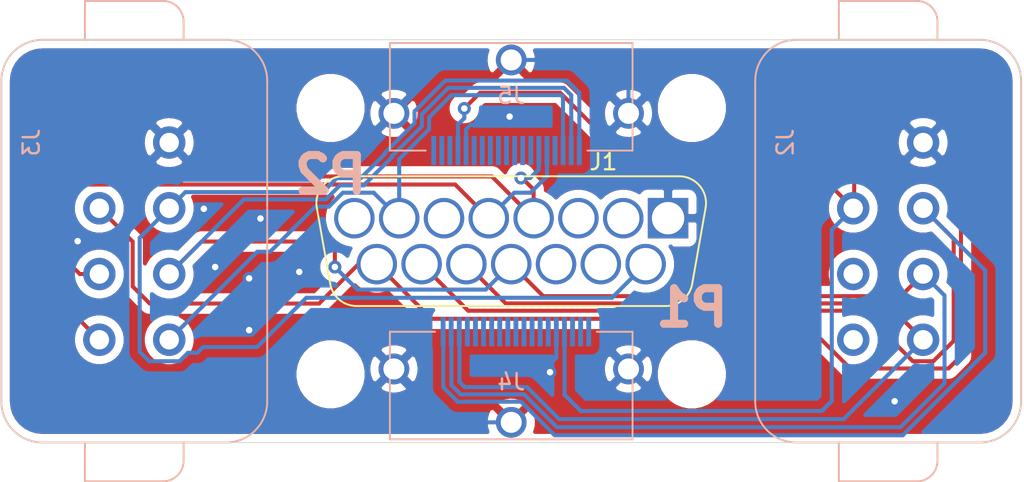
<source format=kicad_pcb>
(kicad_pcb (version 20171130) (host pcbnew "(5.1.0)-1")

  (general
    (thickness 1.6)
    (drawings 11)
    (tracks 191)
    (zones 0)
    (modules 9)
    (nets 44)
  )

  (page A4)
  (layers
    (0 F.Cu signal)
    (31 B.Cu signal)
    (32 B.Adhes user)
    (33 F.Adhes user)
    (34 B.Paste user)
    (35 F.Paste user)
    (36 B.SilkS user)
    (37 F.SilkS user)
    (38 B.Mask user)
    (39 F.Mask user)
    (40 Dwgs.User user)
    (41 Cmts.User user)
    (42 Eco1.User user)
    (43 Eco2.User user)
    (44 Edge.Cuts user)
    (45 Margin user)
    (46 B.CrtYd user)
    (47 F.CrtYd user)
    (48 B.Fab user)
    (49 F.Fab user)
  )

  (setup
    (last_trace_width 0.25)
    (trace_clearance 0.2)
    (zone_clearance 0.508)
    (zone_45_only no)
    (trace_min 0.2)
    (via_size 0.8)
    (via_drill 0.4)
    (via_min_size 0.4)
    (via_min_drill 0.3)
    (uvia_size 0.3)
    (uvia_drill 0.1)
    (uvias_allowed no)
    (uvia_min_size 0.2)
    (uvia_min_drill 0.1)
    (edge_width 0.05)
    (segment_width 0.2)
    (pcb_text_width 0.3)
    (pcb_text_size 1.5 1.5)
    (mod_edge_width 0.12)
    (mod_text_size 1 1)
    (mod_text_width 0.15)
    (pad_size 1.9 1.9)
    (pad_drill 1.3)
    (pad_to_mask_clearance 0.051)
    (solder_mask_min_width 0.25)
    (aux_axis_origin 0 0)
    (visible_elements 7FFFFFFF)
    (pcbplotparams
      (layerselection 0x010fc_ffffffff)
      (usegerberextensions true)
      (usegerberattributes false)
      (usegerberadvancedattributes false)
      (creategerberjobfile false)
      (excludeedgelayer true)
      (linewidth 0.100000)
      (plotframeref false)
      (viasonmask false)
      (mode 1)
      (useauxorigin false)
      (hpglpennumber 1)
      (hpglpenspeed 20)
      (hpglpendiameter 15.000000)
      (psnegative false)
      (psa4output false)
      (plotreference true)
      (plotvalue true)
      (plotinvisibletext false)
      (padsonsilk false)
      (subtractmaskfromsilk false)
      (outputformat 1)
      (mirror false)
      (drillshape 0)
      (scaleselection 1)
      (outputdirectory "Gerbers/"))
  )

  (net 0 "")
  (net 1 GND)
  (net 2 "Net-(J1-Pad2)")
  (net 3 "Net-(J1-Pad3)")
  (net 4 D4)
  (net 5 D3)
  (net 6 "Net-(J1-Pad6)")
  (net 7 "DATA(2)")
  (net 8 "Net-(J1-Pad8)")
  (net 9 "CLOCK(2)")
  (net 10 "Net-(J1-Pad10)")
  (net 11 "Net-(J1-Pad11)")
  (net 12 LATCH)
  (net 13 "DATA(1)")
  (net 14 "CLOCK(1)")
  (net 15 +5V)
  (net 16 "Net-(J2-Pad5)")
  (net 17 "Net-(J2-Pad6)")
  (net 18 "Net-(J4-Pad19)")
  (net 19 "Net-(J4-Pad18)")
  (net 20 "Net-(J4-Pad17)")
  (net 21 "Net-(J4-Pad14)")
  (net 22 "Net-(J4-Pad13)")
  (net 23 "Net-(J4-Pad12)")
  (net 24 "Net-(J4-Pad11)")
  (net 25 "Net-(J4-Pad10)")
  (net 26 "Net-(J4-Pad9)")
  (net 27 "Net-(J4-Pad8)")
  (net 28 "Net-(J4-Pad7)")
  (net 29 "Net-(J4-Pad6)")
  (net 30 "Net-(J4-Pad5)")
  (net 31 "Net-(J4-Pad4)")
  (net 32 "Net-(J5-Pad4)")
  (net 33 "Net-(J5-Pad7)")
  (net 34 "Net-(J5-Pad8)")
  (net 35 "Net-(J5-Pad9)")
  (net 36 "Net-(J5-Pad10)")
  (net 37 "Net-(J5-Pad11)")
  (net 38 "Net-(J5-Pad12)")
  (net 39 "Net-(J5-Pad13)")
  (net 40 "Net-(J5-Pad14)")
  (net 41 "Net-(J5-Pad17)")
  (net 42 "Net-(J5-Pad18)")
  (net 43 "Net-(J5-Pad19)")

  (net_class Default "This is the default net class."
    (clearance 0.2)
    (trace_width 0.25)
    (via_dia 0.8)
    (via_drill 0.4)
    (uvia_dia 0.3)
    (uvia_drill 0.1)
    (add_net +5V)
    (add_net "CLOCK(1)")
    (add_net "CLOCK(2)")
    (add_net D3)
    (add_net D4)
    (add_net "DATA(1)")
    (add_net "DATA(2)")
    (add_net GND)
    (add_net LATCH)
    (add_net "Net-(J1-Pad10)")
    (add_net "Net-(J1-Pad11)")
    (add_net "Net-(J1-Pad2)")
    (add_net "Net-(J1-Pad3)")
    (add_net "Net-(J1-Pad6)")
    (add_net "Net-(J1-Pad8)")
    (add_net "Net-(J2-Pad5)")
    (add_net "Net-(J2-Pad6)")
    (add_net "Net-(J4-Pad10)")
    (add_net "Net-(J4-Pad11)")
    (add_net "Net-(J4-Pad12)")
    (add_net "Net-(J4-Pad13)")
    (add_net "Net-(J4-Pad14)")
    (add_net "Net-(J4-Pad17)")
    (add_net "Net-(J4-Pad18)")
    (add_net "Net-(J4-Pad19)")
    (add_net "Net-(J4-Pad4)")
    (add_net "Net-(J4-Pad5)")
    (add_net "Net-(J4-Pad6)")
    (add_net "Net-(J4-Pad7)")
    (add_net "Net-(J4-Pad8)")
    (add_net "Net-(J4-Pad9)")
    (add_net "Net-(J5-Pad10)")
    (add_net "Net-(J5-Pad11)")
    (add_net "Net-(J5-Pad12)")
    (add_net "Net-(J5-Pad13)")
    (add_net "Net-(J5-Pad14)")
    (add_net "Net-(J5-Pad17)")
    (add_net "Net-(J5-Pad18)")
    (add_net "Net-(J5-Pad19)")
    (add_net "Net-(J5-Pad4)")
    (add_net "Net-(J5-Pad7)")
    (add_net "Net-(J5-Pad8)")
    (add_net "Net-(J5-Pad9)")
  )

  (module MountingHole:MountingHole_3.2mm_M3 (layer F.Cu) (tedit 5D5BF804) (tstamp 5D5BF91D)
    (at 166.16655 70.73)
    (descr "Mounting Hole 3.2mm, no annular, M3")
    (tags "mounting hole 3.2mm no annular m3")
    (attr virtual)
    (fp_text reference REF** (at 0 -4.2) (layer F.SilkS) hide
      (effects (font (size 1 1) (thickness 0.15)))
    )
    (fp_text value " " (at 0 4.2) (layer F.Fab) hide
      (effects (font (size 1 1) (thickness 0.15)))
    )
    (fp_text user %R (at 0.3 0) (layer F.Fab)
      (effects (font (size 1 1) (thickness 0.15)))
    )
    (fp_circle (center 0 0) (end 1.5 0) (layer Cmts.User) (width 0.15))
    (fp_circle (center 0 0) (end 1.5 0) (layer F.CrtYd) (width 0.05))
    (pad 1 np_thru_hole circle (at 0 0) (size 3.2 3.2) (drill 3.2) (layers *.Cu *.Mask))
  )

  (module MountingHole:MountingHole_3.2mm_M3 (layer F.Cu) (tedit 5D5BF804) (tstamp 5D5BF90F)
    (at 143.83345 54.27)
    (descr "Mounting Hole 3.2mm, no annular, M3")
    (tags "mounting hole 3.2mm no annular m3")
    (attr virtual)
    (fp_text reference REF** (at 0 -4.2) (layer F.SilkS) hide
      (effects (font (size 1 1) (thickness 0.15)))
    )
    (fp_text value " " (at 0 4.2) (layer F.Fab) hide
      (effects (font (size 1 1) (thickness 0.15)))
    )
    (fp_circle (center 0 0) (end 1.5 0) (layer F.CrtYd) (width 0.05))
    (fp_circle (center 0 0) (end 1.5 0) (layer Cmts.User) (width 0.15))
    (fp_text user %R (at 0.3 0) (layer F.Fab)
      (effects (font (size 1 1) (thickness 0.15)))
    )
    (pad 1 np_thru_hole circle (at 0 0) (size 3.2 3.2) (drill 3.2) (layers *.Cu *.Mask))
  )

  (module MountingHole:MountingHole_3.2mm_M3 (layer F.Cu) (tedit 5D5BF804) (tstamp 5D5BF901)
    (at 143.83345 70.73)
    (descr "Mounting Hole 3.2mm, no annular, M3")
    (tags "mounting hole 3.2mm no annular m3")
    (attr virtual)
    (fp_text reference REF** (at 0 -4.2) (layer F.SilkS) hide
      (effects (font (size 1 1) (thickness 0.15)))
    )
    (fp_text value " " (at 0 4.2) (layer F.Fab) hide
      (effects (font (size 1 1) (thickness 0.15)))
    )
    (fp_text user %R (at 0.3 0) (layer F.Fab)
      (effects (font (size 1 1) (thickness 0.15)))
    )
    (fp_circle (center 0 0) (end 1.5 0) (layer Cmts.User) (width 0.15))
    (fp_circle (center 0 0) (end 1.5 0) (layer F.CrtYd) (width 0.05))
    (pad 1 np_thru_hole circle (at 0 0) (size 3.2 3.2) (drill 3.2) (layers *.Cu *.Mask))
  )

  (module MountingHole:MountingHole_3.2mm_M3 (layer F.Cu) (tedit 5D5BF804) (tstamp 5D5BF8A0)
    (at 166.16655 54.27)
    (descr "Mounting Hole 3.2mm, no annular, M3")
    (tags "mounting hole 3.2mm no annular m3")
    (attr virtual)
    (fp_text reference REF** (at 0 -4.2) (layer F.SilkS) hide
      (effects (font (size 1 1) (thickness 0.15)))
    )
    (fp_text value " " (at 0 4.2) (layer F.Fab) hide
      (effects (font (size 1 1) (thickness 0.15)))
    )
    (fp_circle (center 0 0) (end 1.5 0) (layer F.CrtYd) (width 0.05))
    (fp_circle (center 0 0) (end 1.5 0) (layer Cmts.User) (width 0.15))
    (fp_text user %R (at 0.3 0) (layer F.Fab)
      (effects (font (size 1 1) (thickness 0.15)))
    )
    (pad 1 np_thru_hole circle (at 0 0) (size 3.2 3.2) (drill 3.2) (layers *.Cu *.Mask))
  )

  (module Tinkerplunk:HDMI_VERT_47659-1000 (layer B.Cu) (tedit 5D5BF6A6) (tstamp 5D58FC21)
    (at 155 68.1 180)
    (path /5D59042D)
    (fp_text reference J4 (at 0 -3.1 180) (layer B.SilkS)
      (effects (font (size 1 1) (thickness 0.15)) (justify mirror))
    )
    (fp_text value HDMI_A (at 0 2 180) (layer B.Fab)
      (effects (font (size 1 1) (thickness 0.15)) (justify mirror))
    )
    (fp_line (start 4.71 0) (end 7.5 0) (layer B.SilkS) (width 0.12))
    (fp_line (start -7.5 0) (end -5.29 0) (layer B.SilkS) (width 0.12))
    (fp_line (start -7.5 -6.65) (end 0 -6.65) (layer B.SilkS) (width 0.12))
    (fp_line (start -7.5 0) (end -7.5 -6.65) (layer B.SilkS) (width 0.12))
    (fp_line (start 7.5 -6.65) (end 7.5 0) (layer B.SilkS) (width 0.12))
    (fp_line (start 0 -6.65) (end 7.5 -6.65) (layer B.SilkS) (width 0.12))
    (pad SH thru_hole circle (at -7.25 -2.3 180) (size 1.9 1.9) (drill 1.3) (layers *.Cu *.Mask)
      (net 1 GND))
    (pad SH thru_hole circle (at 7.25 -2.3 180) (size 1.9 1.9) (drill 1.3) (layers *.Cu *.Mask)
      (net 1 GND))
    (pad SH thru_hole circle (at 0 -5.6 180) (size 1.9 1.9) (drill 1.3) (layers *.Cu *.Mask)
      (net 1 GND))
    (pad 19 smd rect (at -4.79 0 180) (size 0.3 1.8) (layers B.Cu B.Paste B.Mask)
      (net 18 "Net-(J4-Pad19)"))
    (pad 18 smd rect (at -4.29 0 180) (size 0.3 1.8) (layers B.Cu B.Paste B.Mask)
      (net 19 "Net-(J4-Pad18)"))
    (pad 17 smd rect (at -3.79 0 180) (size 0.3 1.8) (layers B.Cu B.Paste B.Mask)
      (net 20 "Net-(J4-Pad17)"))
    (pad 16 smd rect (at -3.29 0 180) (size 0.3 1.8) (layers B.Cu B.Paste B.Mask)
      (net 15 +5V))
    (pad 15 smd rect (at -2.79 0 180) (size 0.3 1.8) (layers B.Cu B.Paste B.Mask)
      (net 1 GND))
    (pad 14 smd rect (at -2.29 0 180) (size 0.3 1.8) (layers B.Cu B.Paste B.Mask)
      (net 21 "Net-(J4-Pad14)"))
    (pad 13 smd rect (at -1.79 0 180) (size 0.3 1.8) (layers B.Cu B.Paste B.Mask)
      (net 22 "Net-(J4-Pad13)"))
    (pad 12 smd rect (at -1.29 0 180) (size 0.3 1.8) (layers B.Cu B.Paste B.Mask)
      (net 23 "Net-(J4-Pad12)"))
    (pad 11 smd rect (at -0.79 0 180) (size 0.3 1.8) (layers B.Cu B.Paste B.Mask)
      (net 24 "Net-(J4-Pad11)"))
    (pad 10 smd rect (at -0.29 0 180) (size 0.3 1.8) (layers B.Cu B.Paste B.Mask)
      (net 25 "Net-(J4-Pad10)"))
    (pad 9 smd rect (at 0.21 0 180) (size 0.3 1.8) (layers B.Cu B.Paste B.Mask)
      (net 26 "Net-(J4-Pad9)"))
    (pad 8 smd rect (at 0.71 0 180) (size 0.3 1.8) (layers B.Cu B.Paste B.Mask)
      (net 27 "Net-(J4-Pad8)"))
    (pad 7 smd rect (at 1.21 0 180) (size 0.3 1.8) (layers B.Cu B.Paste B.Mask)
      (net 28 "Net-(J4-Pad7)"))
    (pad 6 smd rect (at 1.71 0 180) (size 0.3 1.8) (layers B.Cu B.Paste B.Mask)
      (net 29 "Net-(J4-Pad6)"))
    (pad 5 smd rect (at 2.21 0 180) (size 0.3 1.8) (layers B.Cu B.Paste B.Mask)
      (net 30 "Net-(J4-Pad5)"))
    (pad 4 smd rect (at 2.71 0 180) (size 0.3 1.8) (layers B.Cu B.Paste B.Mask)
      (net 31 "Net-(J4-Pad4)"))
    (pad 3 smd rect (at 3.21 0 180) (size 0.3 1.8) (layers B.Cu B.Paste B.Mask)
      (net 13 "DATA(1)"))
    (pad 2 smd rect (at 3.71 0 180) (size 0.3 1.8) (layers B.Cu B.Paste B.Mask)
      (net 12 LATCH))
    (pad 1 smd rect (at 4.21 0 180) (size 0.3 1.8) (layers B.Cu B.Paste B.Mask)
      (net 14 "CLOCK(1)"))
    (model "C:/Users/jacob/Documents/Github/Tinkerplunk-KiCAD-Footprints/Tinkerplunk.pretty/3D Models/HDMI_VERT_47659-1000.stp"
      (offset (xyz 0 -3 8.5))
      (scale (xyz 1 1 1))
      (rotate (xyz 0 0 180))
    )
  )

  (module Tinkerplunk:HDMI_VERT_47659-1000 (layer B.Cu) (tedit 5D5C1775) (tstamp 5D58FC41)
    (at 155 56.9)
    (path /5D58C33C)
    (fp_text reference J5 (at 0 -3.4) (layer B.SilkS)
      (effects (font (size 1 1) (thickness 0.15)) (justify mirror))
    )
    (fp_text value HDMI_A (at 0 2) (layer B.Fab)
      (effects (font (size 1 1) (thickness 0.15)) (justify mirror))
    )
    (fp_line (start 0 -6.65) (end 7.5 -6.65) (layer B.SilkS) (width 0.12))
    (fp_line (start 7.5 -6.65) (end 7.5 0) (layer B.SilkS) (width 0.12))
    (fp_line (start -7.5 0) (end -7.5 -6.65) (layer B.SilkS) (width 0.12))
    (fp_line (start -7.5 -6.65) (end 0 -6.65) (layer B.SilkS) (width 0.12))
    (fp_line (start -7.5 0) (end -5.29 0) (layer B.SilkS) (width 0.12))
    (fp_line (start 4.71 0) (end 7.5 0) (layer B.SilkS) (width 0.12))
    (pad 1 smd rect (at 4.21 0) (size 0.3 1.8) (layers B.Cu B.Paste B.Mask)
      (net 9 "CLOCK(2)"))
    (pad 2 smd rect (at 3.71 0) (size 0.3 1.8) (layers B.Cu B.Paste B.Mask)
      (net 12 LATCH))
    (pad 3 smd rect (at 3.21 0) (size 0.3 1.8) (layers B.Cu B.Paste B.Mask)
      (net 7 "DATA(2)"))
    (pad 4 smd rect (at 2.71 0) (size 0.3 1.8) (layers B.Cu B.Paste B.Mask)
      (net 32 "Net-(J5-Pad4)"))
    (pad 5 smd rect (at 2.21 0) (size 0.3 1.8) (layers B.Cu B.Paste B.Mask)
      (net 5 D3))
    (pad 6 smd rect (at 1.71 0) (size 0.3 1.8) (layers B.Cu B.Paste B.Mask)
      (net 4 D4))
    (pad 7 smd rect (at 1.21 0) (size 0.3 1.8) (layers B.Cu B.Paste B.Mask)
      (net 33 "Net-(J5-Pad7)"))
    (pad 8 smd rect (at 0.71 0) (size 0.3 1.8) (layers B.Cu B.Paste B.Mask)
      (net 34 "Net-(J5-Pad8)"))
    (pad 9 smd rect (at 0.21 0) (size 0.3 1.8) (layers B.Cu B.Paste B.Mask)
      (net 35 "Net-(J5-Pad9)"))
    (pad 10 smd rect (at -0.29 0) (size 0.3 1.8) (layers B.Cu B.Paste B.Mask)
      (net 36 "Net-(J5-Pad10)"))
    (pad 11 smd rect (at -0.79 0) (size 0.3 1.8) (layers B.Cu B.Paste B.Mask)
      (net 37 "Net-(J5-Pad11)"))
    (pad 12 smd rect (at -1.29 0) (size 0.3 1.8) (layers B.Cu B.Paste B.Mask)
      (net 38 "Net-(J5-Pad12)"))
    (pad 13 smd rect (at -1.79 0) (size 0.3 1.8) (layers B.Cu B.Paste B.Mask)
      (net 39 "Net-(J5-Pad13)"))
    (pad 14 smd rect (at -2.29 0) (size 0.3 1.8) (layers B.Cu B.Paste B.Mask)
      (net 40 "Net-(J5-Pad14)"))
    (pad 15 smd rect (at -2.79 0) (size 0.3 1.8) (layers B.Cu B.Paste B.Mask)
      (net 1 GND))
    (pad 16 smd rect (at -3.29 0) (size 0.3 1.8) (layers B.Cu B.Paste B.Mask)
      (net 15 +5V))
    (pad 17 smd rect (at -3.79 0) (size 0.3 1.8) (layers B.Cu B.Paste B.Mask)
      (net 41 "Net-(J5-Pad17)"))
    (pad 18 smd rect (at -4.29 0) (size 0.3 1.8) (layers B.Cu B.Paste B.Mask)
      (net 42 "Net-(J5-Pad18)"))
    (pad 19 smd rect (at -4.79 0) (size 0.3 1.8) (layers B.Cu B.Paste B.Mask)
      (net 43 "Net-(J5-Pad19)"))
    (pad SH thru_hole circle (at 0 -5.6) (size 1.9 1.9) (drill 1.3) (layers *.Cu *.Mask)
      (net 1 GND))
    (pad SH thru_hole circle (at 7.25 -2.3) (size 1.9 1.9) (drill 1.3) (layers *.Cu *.Mask)
      (net 1 GND))
    (pad SH thru_hole circle (at -7.25 -2.3) (size 1.9 1.9) (drill 1.3) (layers *.Cu *.Mask)
      (net 1 GND))
    (model "C:/Users/jacob/Documents/Github/Tinkerplunk-KiCAD-Footprints/Tinkerplunk.pretty/3D Models/HDMI_VERT_47659-1000.stp"
      (offset (xyz 0 -3 8.5))
      (scale (xyz 1 1 1))
      (rotate (xyz 0 0 180))
    )
  )

  (module Connector_Dsub:DSUB-15_Female_Vertical_P2.77x2.84mm (layer F.Cu) (tedit 5D36683A) (tstamp 5D2D790E)
    (at 155 62.5)
    (descr "15-pin D-Sub connector, straight/vertical, THT-mount, female, pitch 2.77x2.84mm, distance of mounting holes 33.3mm, see https://disti-assets.s3.amazonaws.com/tonar/files/datasheets/16730.pdf")
    (tags "15-pin D-Sub connector straight vertical THT female pitch 2.77x2.84mm mounting holes distance 33.3mm")
    (path /5D2CBEE7)
    (fp_text reference J1 (at 5.7 -4.9) (layer F.SilkS)
      (effects (font (size 1 1) (thickness 0.15)))
    )
    (fp_text value DB15_Female (at 0 7.31) (layer F.Fab)
      (effects (font (size 1 1) (thickness 0.15)))
    )
    (fp_arc (start -10.393194 -2.35) (end -10.393194 -3.95) (angle -100) (layer F.Fab) (width 0.1))
    (fp_arc (start 10.393194 -2.35) (end 10.393194 -3.95) (angle 100) (layer F.Fab) (width 0.1))
    (fp_arc (start -9.564457 2.35) (end -9.564457 3.95) (angle 80) (layer F.Fab) (width 0.1))
    (fp_arc (start 9.564457 2.35) (end 9.564457 3.95) (angle -80) (layer F.Fab) (width 0.1))
    (fp_arc (start -10.381689 -2.35) (end -10.381689 -4.01) (angle -100) (layer F.SilkS) (width 0.12))
    (fp_arc (start 10.381689 -2.35) (end 10.381689 -4.01) (angle 100) (layer F.SilkS) (width 0.12))
    (fp_arc (start -9.552952 2.35) (end -9.552952 4.01) (angle 80) (layer F.SilkS) (width 0.12))
    (fp_arc (start 9.552952 2.35) (end 9.552952 4.01) (angle -80) (layer F.SilkS) (width 0.12))
    (fp_line (start -10.393194 -3.95) (end 10.393194 -3.95) (layer F.Fab) (width 0.1))
    (fp_line (start -9.564457 3.95) (end 9.564457 3.95) (layer F.Fab) (width 0.1))
    (fp_line (start 11.968887 -2.072163) (end 11.14015 2.627837) (layer F.Fab) (width 0.1))
    (fp_line (start -11.968887 -2.072163) (end -11.14015 2.627837) (layer F.Fab) (width 0.1))
    (fp_line (start -10.381689 -4.01) (end 10.381689 -4.01) (layer F.SilkS) (width 0.12))
    (fp_line (start -9.552952 4.01) (end 9.552952 4.01) (layer F.SilkS) (width 0.12))
    (fp_line (start 12.01647 -2.061744) (end 11.187733 2.638256) (layer F.SilkS) (width 0.12))
    (fp_line (start -12.01647 -2.061744) (end -11.187733 2.638256) (layer F.SilkS) (width 0.12))
    (fp_text user %R (at 0 0) (layer F.Fab)
      (effects (font (size 1 1) (thickness 0.15)))
    )
    (pad 1 thru_hole rect (at 9.695 -1.42) (size 2.5 2.5) (drill 2) (layers *.Cu *.Mask)
      (net 1 GND))
    (pad 2 thru_hole circle (at 6.925 -1.42) (size 2.5 2.5) (drill 2) (layers *.Cu *.Mask)
      (net 2 "Net-(J1-Pad2)"))
    (pad 3 thru_hole circle (at 4.155 -1.42) (size 2.5 2.5) (drill 2) (layers *.Cu *.Mask)
      (net 3 "Net-(J1-Pad3)"))
    (pad 4 thru_hole circle (at 1.385 -1.42) (size 2.5 2.5) (drill 2) (layers *.Cu *.Mask)
      (net 4 D4))
    (pad 5 thru_hole circle (at -1.385 -1.42) (size 2.5 2.5) (drill 2) (layers *.Cu *.Mask)
      (net 5 D3))
    (pad 6 thru_hole circle (at -4.155 -1.42) (size 2.5 2.5) (drill 2) (layers *.Cu *.Mask)
      (net 6 "Net-(J1-Pad6)"))
    (pad 7 thru_hole circle (at -6.925 -1.42) (size 2.5 2.5) (drill 2) (layers *.Cu *.Mask)
      (net 7 "DATA(2)"))
    (pad 8 thru_hole circle (at -9.695 -1.42) (size 2.5 2.5) (drill 2) (layers *.Cu *.Mask)
      (net 8 "Net-(J1-Pad8)"))
    (pad 9 thru_hole circle (at 8.31 1.42) (size 2.5 2.5) (drill 2) (layers *.Cu *.Mask)
      (net 9 "CLOCK(2)"))
    (pad 10 thru_hole circle (at 5.54 1.42) (size 2.5 2.5) (drill 2) (layers *.Cu *.Mask)
      (net 10 "Net-(J1-Pad10)"))
    (pad 11 thru_hole circle (at 2.77 1.42) (size 2.5 2.5) (drill 2) (layers *.Cu *.Mask)
      (net 11 "Net-(J1-Pad11)"))
    (pad 12 thru_hole circle (at 0 1.42) (size 2.5 2.5) (drill 2) (layers *.Cu *.Mask)
      (net 12 LATCH))
    (pad 13 thru_hole circle (at -2.77 1.42) (size 2.5 2.5) (drill 2) (layers *.Cu *.Mask)
      (net 13 "DATA(1)"))
    (pad 14 thru_hole circle (at -5.54 1.42) (size 2.5 2.5) (drill 2) (layers *.Cu *.Mask)
      (net 14 "CLOCK(1)"))
    (pad 15 thru_hole circle (at -8.31 1.42) (size 2.5 2.5) (drill 2) (layers *.Cu *.Mask)
      (net 15 +5V))
    (model ${KISYS3DMOD}/Connector_Dsub.3dshapes/DSUB-15_Female_Vertical_P2.77x2.84mm.wrl
      (at (xyz 0 0 0))
      (scale (xyz 1 1 1))
      (rotate (xyz 0 0 0))
    )
  )

  (module Tinkerplunk:NES_CONTROLLER_VERT (layer B.Cu) (tedit 5D306D17) (tstamp 5D2D7929)
    (at 178.3 62.5 90)
    (path /5D2CD030)
    (fp_text reference J2 (at 6.096 -6.361 90) (layer B.SilkS)
      (effects (font (size 1 1) (thickness 0.15)) (justify mirror))
    )
    (fp_text value Conn_01x07_Female (at 0 5.7 90) (layer B.Fab)
      (effects (font (size 1 1) (thickness 0.15)) (justify mirror))
    )
    (fp_arc (start 13.5763 1.778) (end 13.5763 3.048) (angle -90) (layer B.SilkS) (width 0.12))
    (fp_arc (start -13.5763 1.778) (end -14.8463 1.778) (angle -90) (layer B.SilkS) (width 0.12))
    (fp_line (start 14.8463 -3.048) (end 12.446 -3.048) (layer B.SilkS) (width 0.12))
    (fp_line (start 13.5763 3.048) (end 12.446 3.048) (layer B.SilkS) (width 0.12))
    (fp_line (start -14.8463 -3.048) (end -12.446 -3.048) (layer B.SilkS) (width 0.12))
    (fp_line (start -13.5763 3.048) (end -12.446 3.048) (layer B.SilkS) (width 0.12))
    (fp_line (start 14.8463 -3.048) (end 14.8463 1.778) (layer B.SilkS) (width 0.12))
    (fp_line (start -14.8463 -3.048) (end -14.8463 1.778) (layer B.SilkS) (width 0.12))
    (fp_arc (start -9.906 5.6769) (end -12.446 5.6769) (angle -90) (layer B.SilkS) (width 0.12))
    (fp_arc (start -9.906 -5.6769) (end -9.906 -8.2169) (angle -90) (layer B.SilkS) (width 0.12))
    (fp_arc (start 9.906 -5.6769) (end 12.446 -5.6769) (angle -90) (layer B.SilkS) (width 0.12))
    (fp_arc (start 9.906 5.6769) (end 9.906 8.2169) (angle -90) (layer B.SilkS) (width 0.12))
    (fp_line (start 12.446 -5.6769) (end 12.446 5.6769) (layer B.SilkS) (width 0.12))
    (fp_line (start -9.906 -8.2169) (end 9.906 -8.2169) (layer B.SilkS) (width 0.12))
    (fp_line (start -12.446 5.6769) (end -12.446 -5.6769) (layer B.SilkS) (width 0.12))
    (fp_line (start 9.906 8.2169) (end -9.906 8.2169) (layer B.SilkS) (width 0.12))
    (pad 7 thru_hole circle (at 2.032 -2.159 90) (size 2 2) (drill 1.2) (layers *.Cu *.Mask)
      (net 15 +5V))
    (pad 6 thru_hole circle (at -2.032 -2.159 90) (size 2 2) (drill 1.2) (layers *.Cu *.Mask)
      (net 17 "Net-(J2-Pad6)"))
    (pad 5 thru_hole circle (at -6.096 -2.159 90) (size 2 2) (drill 1.2) (layers *.Cu *.Mask)
      (net 16 "Net-(J2-Pad5)"))
    (pad 4 thru_hole circle (at -6.096 2.159 90) (size 2 2) (drill 1.2) (layers *.Cu *.Mask)
      (net 13 "DATA(1)"))
    (pad 3 thru_hole circle (at -2.032 2.159 90) (size 2 2) (drill 1.2) (layers *.Cu *.Mask)
      (net 12 LATCH))
    (pad 2 thru_hole circle (at 2.032 2.159 90) (size 2 2) (drill 1.2) (layers *.Cu *.Mask)
      (net 14 "CLOCK(1)"))
    (pad 1 thru_hole circle (at 6.096 2.159 90) (size 2 2) (drill 1.2) (layers *.Cu *.Mask)
      (net 1 GND))
  )

  (module Tinkerplunk:NES_CONTROLLER_VERT (layer B.Cu) (tedit 5D306D17) (tstamp 5D2D7944)
    (at 131.7 62.5 90)
    (path /5D2CD936)
    (fp_text reference J3 (at 6.096 -6.361 90) (layer B.SilkS)
      (effects (font (size 1 1) (thickness 0.15)) (justify mirror))
    )
    (fp_text value Conn_01x07_Female (at 0 5.7 90) (layer B.Fab)
      (effects (font (size 1 1) (thickness 0.15)) (justify mirror))
    )
    (fp_arc (start 13.5763 1.778) (end 13.5763 3.048) (angle -90) (layer B.SilkS) (width 0.12))
    (fp_arc (start -13.5763 1.778) (end -14.8463 1.778) (angle -90) (layer B.SilkS) (width 0.12))
    (fp_line (start 14.8463 -3.048) (end 12.446 -3.048) (layer B.SilkS) (width 0.12))
    (fp_line (start 13.5763 3.048) (end 12.446 3.048) (layer B.SilkS) (width 0.12))
    (fp_line (start -14.8463 -3.048) (end -12.446 -3.048) (layer B.SilkS) (width 0.12))
    (fp_line (start -13.5763 3.048) (end -12.446 3.048) (layer B.SilkS) (width 0.12))
    (fp_line (start 14.8463 -3.048) (end 14.8463 1.778) (layer B.SilkS) (width 0.12))
    (fp_line (start -14.8463 -3.048) (end -14.8463 1.778) (layer B.SilkS) (width 0.12))
    (fp_arc (start -9.906 5.6769) (end -12.446 5.6769) (angle -90) (layer B.SilkS) (width 0.12))
    (fp_arc (start -9.906 -5.6769) (end -9.906 -8.2169) (angle -90) (layer B.SilkS) (width 0.12))
    (fp_arc (start 9.906 -5.6769) (end 12.446 -5.6769) (angle -90) (layer B.SilkS) (width 0.12))
    (fp_arc (start 9.906 5.6769) (end 9.906 8.2169) (angle -90) (layer B.SilkS) (width 0.12))
    (fp_line (start 12.446 -5.6769) (end 12.446 5.6769) (layer B.SilkS) (width 0.12))
    (fp_line (start -9.906 -8.2169) (end 9.906 -8.2169) (layer B.SilkS) (width 0.12))
    (fp_line (start -12.446 5.6769) (end -12.446 -5.6769) (layer B.SilkS) (width 0.12))
    (fp_line (start 9.906 8.2169) (end -9.906 8.2169) (layer B.SilkS) (width 0.12))
    (pad 7 thru_hole circle (at 2.032 -2.159 90) (size 2 2) (drill 1.2) (layers *.Cu *.Mask)
      (net 15 +5V))
    (pad 6 thru_hole circle (at -2.032 -2.159 90) (size 2 2) (drill 1.2) (layers *.Cu *.Mask)
      (net 5 D3))
    (pad 5 thru_hole circle (at -6.096 -2.159 90) (size 2 2) (drill 1.2) (layers *.Cu *.Mask)
      (net 4 D4))
    (pad 4 thru_hole circle (at -6.096 2.159 90) (size 2 2) (drill 1.2) (layers *.Cu *.Mask)
      (net 7 "DATA(2)"))
    (pad 3 thru_hole circle (at -2.032 2.159 90) (size 2 2) (drill 1.2) (layers *.Cu *.Mask)
      (net 12 LATCH))
    (pad 2 thru_hole circle (at 2.032 2.159 90) (size 2 2) (drill 1.2) (layers *.Cu *.Mask)
      (net 9 "CLOCK(2)"))
    (pad 1 thru_hole circle (at 6.096 2.159 90) (size 2 2) (drill 1.2) (layers *.Cu *.Mask)
      (net 1 GND))
  )

  (gr_text P2 (at 143.83345 58.385) (layer B.SilkS) (tstamp 5D2D86AF)
    (effects (font (size 2.2 2.2) (thickness 0.5)) (justify mirror))
  )
  (gr_text P1 (at 166.16655 66.615) (layer B.SilkS)
    (effects (font (size 2.2 2.2) (thickness 0.5)) (justify mirror))
  )
  (gr_line (start 186.525 52.59) (end 186.525 72.41) (layer Edge.Cuts) (width 0.05) (tstamp 5D2D841A))
  (gr_line (start 126.015 50.05) (end 183.985 50.05) (layer Edge.Cuts) (width 0.05) (tstamp 5D2D8419))
  (gr_line (start 123.475 71.95) (end 123.475 52.59) (layer Edge.Cuts) (width 0.05) (tstamp 5D2D8418))
  (gr_arc (start 126.015 52.59) (end 123.475 52.59) (angle 90) (layer Edge.Cuts) (width 0.05) (tstamp 5D2D8415))
  (gr_arc (start 183.985 52.59) (end 183.985 50.05) (angle 90) (layer Edge.Cuts) (width 0.05) (tstamp 5D2D8411))
  (gr_arc (start 183.985 72.41) (end 186.525 72.41) (angle 90) (layer Edge.Cuts) (width 0.05) (tstamp 5D2D840B))
  (gr_arc (start 126.015 72.41) (end 126.015 74.95) (angle 90) (layer Edge.Cuts) (width 0.05))
  (gr_line (start 123.475 72.41) (end 123.475 71.95) (layer Edge.Cuts) (width 0.05))
  (gr_line (start 183.985 74.95) (end 126.015 74.95) (layer Edge.Cuts) (width 0.05))

  (via (at 128.2 62.5) (size 0.8) (drill 0.4) (layers F.Cu B.Cu) (net 1))
  (via (at 157.4 70.6) (size 0.8) (drill 0.4) (layers F.Cu B.Cu) (net 1))
  (via (at 138.8 64.8) (size 0.8) (drill 0.4) (layers F.Cu B.Cu) (net 1))
  (via (at 141.9 64.4) (size 0.8) (drill 0.4) (layers F.Cu B.Cu) (net 1))
  (via (at 154.9 54.8) (size 0.8) (drill 0.4) (layers F.Cu B.Cu) (net 1))
  (segment (start 150.76 73.7) (end 147.46 70.4) (width 0.25) (layer B.Cu) (net 1))
  (segment (start 154.71 73.7) (end 150.76 73.7) (width 0.25) (layer B.Cu) (net 1))
  (segment (start 157.4 70.1) (end 157.4 70.6) (width 0.25) (layer B.Cu) (net 1))
  (segment (start 157.8 69.7) (end 157.4 70.1) (width 0.25) (layer B.Cu) (net 1))
  (segment (start 157.79 69.69) (end 157.8 69.7) (width 0.25) (layer B.Cu) (net 1))
  (segment (start 157.79 68.1) (end 157.79 69.69) (width 0.25) (layer B.Cu) (net 1))
  (segment (start 154.334315 54.8) (end 154.9 54.8) (width 0.25) (layer B.Cu) (net 1))
  (segment (start 153.55141 54.8) (end 154.334315 54.8) (width 0.25) (layer B.Cu) (net 1))
  (segment (start 152.5 55.3) (end 153.05141 55.3) (width 0.25) (layer B.Cu) (net 1))
  (segment (start 153.05141 55.3) (end 153.55141 54.8) (width 0.25) (layer B.Cu) (net 1))
  (segment (start 152.21 55.59) (end 152.5 55.3) (width 0.25) (layer B.Cu) (net 1))
  (segment (start 152.21 56.9) (end 152.21 55.59) (width 0.25) (layer B.Cu) (net 1))
  (segment (start 156.633502 51.3) (end 155.29 51.3) (width 0.25) (layer B.Cu) (net 1))
  (segment (start 160.583502 51.3) (end 156.633502 51.3) (width 0.25) (layer B.Cu) (net 1))
  (segment (start 162.25 52.966498) (end 160.583502 51.3) (width 0.25) (layer B.Cu) (net 1))
  (segment (start 162.54 54.6) (end 162.25 54.31) (width 0.25) (layer B.Cu) (net 1))
  (segment (start 162.25 54.31) (end 162.25 52.966498) (width 0.25) (layer B.Cu) (net 1))
  (via (at 138.8 68) (size 0.8) (drill 0.4) (layers F.Cu B.Cu) (net 1))
  (via (at 136.7 64.1) (size 0.8) (drill 0.4) (layers F.Cu B.Cu) (net 1))
  (via (at 139.5 61.1) (size 0.8) (drill 0.4) (layers F.Cu B.Cu) (net 1))
  (via (at 136 60.5) (size 0.8) (drill 0.4) (layers F.Cu B.Cu) (net 1))
  (via (at 178.7 72.4) (size 0.8) (drill 0.4) (layers F.Cu B.Cu) (net 1))
  (segment (start 156.7 58.065685) (end 156.165685 58.6) (width 0.25) (layer B.Cu) (net 4))
  (segment (start 156.7 56.9) (end 156.7 58.065685) (width 0.25) (layer B.Cu) (net 4))
  (segment (start 156.385 59.312234) (end 155.672766 58.6) (width 0.25) (layer F.Cu) (net 4))
  (segment (start 155.672766 58.6) (end 155.6 58.6) (width 0.25) (layer F.Cu) (net 4))
  (segment (start 156.385 61.08) (end 156.385 59.312234) (width 0.25) (layer F.Cu) (net 4))
  (segment (start 156.165685 58.6) (end 155.6 58.6) (width 0.25) (layer B.Cu) (net 4))
  (via (at 155.6 58.6) (size 0.8) (drill 0.4) (layers F.Cu B.Cu) (net 4))
  (segment (start 128.945 68) (end 129.541 68.596) (width 0.25) (layer F.Cu) (net 4))
  (segment (start 126.2 65.255) (end 128.945 68) (width 0.25) (layer F.Cu) (net 4))
  (segment (start 126.2 60.7) (end 126.2 65.255) (width 0.25) (layer F.Cu) (net 4))
  (segment (start 128.4 58.5) (end 126.2 60.7) (width 0.25) (layer F.Cu) (net 4))
  (segment (start 156.385 61.08) (end 153.805 58.5) (width 0.25) (layer F.Cu) (net 4))
  (segment (start 153.805 58.5) (end 128.4 58.5) (width 0.25) (layer F.Cu) (net 4))
  (segment (start 154.864999 59.830001) (end 153.615 61.08) (width 0.25) (layer B.Cu) (net 5))
  (segment (start 155.190001 59.504999) (end 154.864999 59.830001) (width 0.25) (layer B.Cu) (net 5))
  (segment (start 156.195001 59.504999) (end 155.190001 59.504999) (width 0.25) (layer B.Cu) (net 5))
  (segment (start 157.21 56.9) (end 157.21 58.49) (width 0.25) (layer B.Cu) (net 5))
  (segment (start 157.21 58.49) (end 156.195001 59.504999) (width 0.25) (layer B.Cu) (net 5))
  (segment (start 128.332 64.532) (end 129.541 64.532) (width 0.25) (layer F.Cu) (net 5))
  (segment (start 127.2 63.4) (end 128.332 64.532) (width 0.25) (layer F.Cu) (net 5))
  (segment (start 127.2 60.5) (end 127.2 63.4) (width 0.25) (layer F.Cu) (net 5))
  (segment (start 128.7 59) (end 127.2 60.5) (width 0.25) (layer F.Cu) (net 5))
  (segment (start 153.615 61.08) (end 151.535 59) (width 0.25) (layer F.Cu) (net 5))
  (segment (start 151.535 59) (end 128.7 59) (width 0.25) (layer F.Cu) (net 5))
  (segment (start 139.3 63.155) (end 134.858999 67.596001) (width 0.25) (layer B.Cu) (net 7))
  (segment (start 143.729999 60.368023) (end 142.886978 60.368023) (width 0.25) (layer B.Cu) (net 7))
  (segment (start 158.075023 53.475023) (end 151.297797 53.475023) (width 0.25) (layer B.Cu) (net 7))
  (segment (start 149.925023 54.847797) (end 149.925023 55.584801) (width 0.25) (layer B.Cu) (net 7))
  (segment (start 144.593023 59.504999) (end 143.729999 60.368023) (width 0.25) (layer B.Cu) (net 7))
  (segment (start 151.297797 53.475023) (end 149.925023 54.847797) (width 0.25) (layer B.Cu) (net 7))
  (segment (start 148.075 59.312234) (end 148.075 61.08) (width 0.25) (layer B.Cu) (net 7))
  (segment (start 142.886978 60.368023) (end 140.1 63.155) (width 0.25) (layer B.Cu) (net 7))
  (segment (start 158.2 53.6) (end 158.075023 53.475023) (width 0.25) (layer B.Cu) (net 7))
  (segment (start 134.858999 67.596001) (end 133.859 68.596) (width 0.25) (layer B.Cu) (net 7))
  (segment (start 149.925023 55.584801) (end 148.075 57.434824) (width 0.25) (layer B.Cu) (net 7))
  (segment (start 148.075 61.08) (end 146.499999 59.504999) (width 0.25) (layer B.Cu) (net 7))
  (segment (start 148.075 57.434824) (end 148.075 59.312234) (width 0.25) (layer B.Cu) (net 7))
  (segment (start 158.2 57) (end 158.2 53.6) (width 0.25) (layer B.Cu) (net 7))
  (segment (start 140.1 63.155) (end 139.3 63.155) (width 0.25) (layer B.Cu) (net 7))
  (segment (start 146.499999 59.504999) (end 144.593023 59.504999) (width 0.25) (layer B.Cu) (net 7))
  (segment (start 132.033999 69.333999) (end 132.033999 62.293001) (width 0.25) (layer B.Cu) (net 9))
  (segment (start 132.621001 69.921001) (end 132.033999 69.333999) (width 0.25) (layer B.Cu) (net 9))
  (segment (start 134.495001 69.921001) (end 132.621001 69.921001) (width 0.25) (layer B.Cu) (net 9))
  (segment (start 135.016002 69.4) (end 134.495001 69.921001) (width 0.25) (layer B.Cu) (net 9))
  (segment (start 161.23 66) (end 142.33641 66) (width 0.25) (layer B.Cu) (net 9))
  (segment (start 163.31 63.92) (end 161.23 66) (width 0.25) (layer B.Cu) (net 9))
  (segment (start 132.359001 61.967999) (end 133.859 60.468) (width 0.25) (layer B.Cu) (net 9))
  (segment (start 142.33641 66) (end 139.2904 69.04601) (width 0.25) (layer B.Cu) (net 9))
  (segment (start 132.033999 62.293001) (end 132.359001 61.967999) (width 0.25) (layer B.Cu) (net 9))
  (segment (start 139.2904 69.04601) (end 135.95399 69.04601) (width 0.25) (layer B.Cu) (net 9))
  (segment (start 135.95399 69.04601) (end 135.6 69.4) (width 0.25) (layer B.Cu) (net 9))
  (segment (start 135.6 69.4) (end 135.016002 69.4) (width 0.25) (layer B.Cu) (net 9))
  (segment (start 143.357201 59.468001) (end 134.858999 59.468001) (width 0.25) (layer B.Cu) (net 9))
  (segment (start 144.220221 58.604981) (end 143.357201 59.468001) (width 0.25) (layer B.Cu) (net 9))
  (segment (start 145.695021 58.60498) (end 144.220221 58.604981) (width 0.25) (layer B.Cu) (net 9))
  (segment (start 147.17498 57.062023) (end 147.17498 57.125022) (width 0.25) (layer B.Cu) (net 9))
  (segment (start 149.025002 55.212002) (end 147.17498 57.062023) (width 0.25) (layer B.Cu) (net 9))
  (segment (start 149.025002 54.474997) (end 149.025002 55.212002) (width 0.25) (layer B.Cu) (net 9))
  (segment (start 154.387996 52.575004) (end 150.924995 52.575005) (width 0.25) (layer B.Cu) (net 9))
  (segment (start 150.924995 52.575005) (end 149.025002 54.474997) (width 0.25) (layer B.Cu) (net 9))
  (segment (start 159.21 56.9) (end 159.21 53.51) (width 0.25) (layer B.Cu) (net 9))
  (segment (start 147.17498 57.125022) (end 145.695021 58.60498) (width 0.25) (layer B.Cu) (net 9))
  (segment (start 159.2 53.5) (end 159.2 53.327178) (width 0.25) (layer B.Cu) (net 9))
  (segment (start 134.858999 59.468001) (end 133.859 60.468) (width 0.25) (layer B.Cu) (net 9))
  (segment (start 159.2 53.327178) (end 158.447823 52.575001) (width 0.25) (layer B.Cu) (net 9))
  (segment (start 159.21 53.51) (end 159.2 53.5) (width 0.25) (layer B.Cu) (net 9))
  (segment (start 158.447823 52.575001) (end 154.387999 52.575001) (width 0.25) (layer B.Cu) (net 9))
  (segment (start 154.387999 52.575001) (end 154.387996 52.575004) (width 0.25) (layer B.Cu) (net 9))
  (segment (start 135.866 62.525) (end 133.859 64.532) (width 0.25) (layer F.Cu) (net 12))
  (segment (start 144.1 63.1) (end 143.525 62.525) (width 0.25) (layer F.Cu) (net 12))
  (segment (start 143.525 62.525) (end 135.866 62.525) (width 0.25) (layer F.Cu) (net 12))
  (via (at 144.1 64.1) (size 0.8) (drill 0.4) (layers F.Cu B.Cu) (net 12))
  (segment (start 144.1 63.1) (end 144.1 64.1) (width 0.25) (layer F.Cu) (net 12))
  (segment (start 153.750001 65.169999) (end 155 63.92) (width 0.25) (layer B.Cu) (net 12))
  (segment (start 153.424999 65.495001) (end 153.750001 65.169999) (width 0.25) (layer B.Cu) (net 12))
  (segment (start 145.495001 65.495001) (end 153.424999 65.495001) (width 0.25) (layer B.Cu) (net 12))
  (segment (start 144.1 64.1) (end 145.495001 65.495001) (width 0.25) (layer B.Cu) (net 12))
  (segment (start 138.472988 59.918012) (end 134.858999 63.532001) (width 0.25) (layer B.Cu) (net 12))
  (segment (start 149.475013 55.398401) (end 147.624991 57.248423) (width 0.25) (layer B.Cu) (net 12))
  (segment (start 147.624991 57.248423) (end 147.624991 57.311421) (width 0.25) (layer B.Cu) (net 12))
  (segment (start 158.261423 53.025012) (end 151.111396 53.025014) (width 0.25) (layer B.Cu) (net 12))
  (segment (start 144.406622 59.05499) (end 143.5436 59.918012) (width 0.25) (layer B.Cu) (net 12))
  (segment (start 147.624991 57.311421) (end 145.881422 59.054989) (width 0.25) (layer B.Cu) (net 12))
  (segment (start 143.5436 59.918012) (end 138.472988 59.918012) (width 0.25) (layer B.Cu) (net 12))
  (segment (start 151.111396 53.025014) (end 149.475013 54.661397) (width 0.25) (layer B.Cu) (net 12))
  (segment (start 158.71 53.473589) (end 158.261423 53.025012) (width 0.25) (layer B.Cu) (net 12))
  (segment (start 158.71 56.9) (end 158.71 53.473589) (width 0.25) (layer B.Cu) (net 12))
  (segment (start 134.858999 63.532001) (end 133.859 64.532) (width 0.25) (layer B.Cu) (net 12))
  (segment (start 145.881422 59.054989) (end 144.406622 59.05499) (width 0.25) (layer B.Cu) (net 12))
  (segment (start 149.475013 54.661397) (end 149.475013 55.398401) (width 0.25) (layer B.Cu) (net 12))
  (segment (start 181.784001 65.857001) (end 181.458999 65.531999) (width 0.25) (layer B.Cu) (net 12))
  (segment (start 151.3 71.4) (end 151.874988 71.974988) (width 0.25) (layer B.Cu) (net 12))
  (segment (start 181.458999 65.531999) (end 180.459 64.532) (width 0.25) (layer B.Cu) (net 12))
  (segment (start 181.784001 71.279589) (end 181.784001 65.857001) (width 0.25) (layer B.Cu) (net 12))
  (segment (start 151.3 68.1) (end 151.3 71.4) (width 0.25) (layer B.Cu) (net 12))
  (segment (start 151.874988 71.974988) (end 155.798401 71.974988) (width 0.25) (layer B.Cu) (net 12))
  (segment (start 155.798401 71.974988) (end 157.823413 74) (width 0.25) (layer B.Cu) (net 12))
  (segment (start 157.823413 74) (end 179.06359 74) (width 0.25) (layer B.Cu) (net 12))
  (segment (start 179.06359 74) (end 181.784001 71.279589) (width 0.25) (layer B.Cu) (net 12))
  (segment (start 179.459001 65.531999) (end 180.459 64.532) (width 0.25) (layer F.Cu) (net 12))
  (segment (start 156.979978 65.899978) (end 179.091022 65.899978) (width 0.25) (layer F.Cu) (net 12))
  (segment (start 155 63.92) (end 156.979978 65.899978) (width 0.25) (layer F.Cu) (net 12))
  (segment (start 179.091022 65.899978) (end 179.459001 65.531999) (width 0.25) (layer F.Cu) (net 12))
  (segment (start 151.8 71.2) (end 151.8 68.2) (width 0.25) (layer B.Cu) (net 13))
  (segment (start 152.124977 71.524977) (end 151.8 71.2) (width 0.25) (layer B.Cu) (net 13))
  (segment (start 155.984801 71.524977) (end 152.124977 71.524977) (width 0.25) (layer B.Cu) (net 13))
  (segment (start 157.959824 73.5) (end 155.984801 71.524977) (width 0.25) (layer B.Cu) (net 13))
  (segment (start 180.459 68.596) (end 175.555 73.5) (width 0.25) (layer B.Cu) (net 13))
  (segment (start 175.555 73.5) (end 157.959824 73.5) (width 0.25) (layer B.Cu) (net 13))
  (segment (start 152.23 63.92) (end 154.659989 66.349989) (width 0.25) (layer F.Cu) (net 13))
  (segment (start 179.459001 67.596001) (end 180.459 68.596) (width 0.25) (layer F.Cu) (net 13))
  (segment (start 178.212989 66.349989) (end 179.459001 67.596001) (width 0.25) (layer F.Cu) (net 13))
  (segment (start 154.659989 66.349989) (end 178.212989 66.349989) (width 0.25) (layer F.Cu) (net 13))
  (segment (start 181.458999 61.467999) (end 180.459 60.468) (width 0.25) (layer B.Cu) (net 14))
  (segment (start 184.3 64.309) (end 181.458999 61.467999) (width 0.25) (layer B.Cu) (net 14))
  (segment (start 184.3 69.4) (end 184.3 64.309) (width 0.25) (layer B.Cu) (net 14))
  (segment (start 150.8 71.536411) (end 151.688588 72.424999) (width 0.25) (layer B.Cu) (net 14))
  (segment (start 150.8 68.1) (end 150.8 71.536411) (width 0.25) (layer B.Cu) (net 14))
  (segment (start 151.688588 72.424999) (end 155.612001 72.424999) (width 0.25) (layer B.Cu) (net 14))
  (segment (start 155.612001 72.424999) (end 157.687002 74.5) (width 0.25) (layer B.Cu) (net 14))
  (segment (start 157.687002 74.5) (end 179.2 74.5) (width 0.25) (layer B.Cu) (net 14))
  (segment (start 179.2 74.5) (end 184.3 69.4) (width 0.25) (layer B.Cu) (net 14))
  (segment (start 181.458999 61.467999) (end 180.459 60.468) (width 0.25) (layer F.Cu) (net 14))
  (segment (start 182.349989 62.358989) (end 181.458999 61.467999) (width 0.25) (layer F.Cu) (net 14))
  (segment (start 182.349989 68.666013) (end 182.349989 62.358989) (width 0.25) (layer F.Cu) (net 14))
  (segment (start 179.822999 69.921001) (end 181.095001 69.921001) (width 0.25) (layer F.Cu) (net 14))
  (segment (start 176.701998 66.8) (end 179.822999 69.921001) (width 0.25) (layer F.Cu) (net 14))
  (segment (start 152.34 66.8) (end 176.701998 66.8) (width 0.25) (layer F.Cu) (net 14))
  (segment (start 181.095001 69.921001) (end 182.349989 68.666013) (width 0.25) (layer F.Cu) (net 14))
  (segment (start 149.46 63.92) (end 152.34 66.8) (width 0.25) (layer F.Cu) (net 14))
  (segment (start 132.657001 66.357001) (end 131.6 65.3) (width 0.25) (layer F.Cu) (net 15))
  (segment (start 140.121629 66.357001) (end 132.657001 66.357001) (width 0.25) (layer F.Cu) (net 15))
  (segment (start 131.6 62.527) (end 129.541 60.468) (width 0.25) (layer F.Cu) (net 15))
  (segment (start 131.6 65.3) (end 131.6 62.527) (width 0.25) (layer F.Cu) (net 15))
  (segment (start 143.121629 66.357001) (end 140.121629 66.357001) (width 0.25) (layer F.Cu) (net 15))
  (segment (start 146.69 63.92) (end 145.55863 63.92) (width 0.25) (layer F.Cu) (net 15))
  (segment (start 145.55863 63.92) (end 143.121629 66.357001) (width 0.25) (layer F.Cu) (net 15))
  (via (at 152.1 54.3) (size 0.8) (drill 0.4) (layers F.Cu B.Cu) (net 15))
  (segment (start 152.1 54.9) (end 151.7 55.3) (width 0.25) (layer B.Cu) (net 15))
  (segment (start 152.1 54.3) (end 152.1 54.9) (width 0.25) (layer B.Cu) (net 15))
  (segment (start 151.71 55.31) (end 151.7 55.3) (width 0.25) (layer B.Cu) (net 15))
  (segment (start 151.71 56.9) (end 151.71 55.31) (width 0.25) (layer B.Cu) (net 15))
  (segment (start 153.075001 53.324999) (end 152.1 54.3) (width 0.25) (layer F.Cu) (net 15))
  (segment (start 158.024999 53.324999) (end 153.075001 53.324999) (width 0.25) (layer F.Cu) (net 15))
  (segment (start 163.3 58.6) (end 158.024999 53.324999) (width 0.25) (layer F.Cu) (net 15))
  (segment (start 176.141 60.468) (end 174.273 58.6) (width 0.25) (layer F.Cu) (net 15))
  (segment (start 174.273 58.6) (end 163.3 58.6) (width 0.25) (layer F.Cu) (net 15))
  (segment (start 174.815999 61.793001) (end 176.141 60.468) (width 0.25) (layer B.Cu) (net 15))
  (segment (start 174.815999 72.384001) (end 174.815999 61.793001) (width 0.25) (layer B.Cu) (net 15))
  (segment (start 174.2 73) (end 174.815999 72.384001) (width 0.25) (layer B.Cu) (net 15))
  (segment (start 159.3 73) (end 174.2 73) (width 0.25) (layer B.Cu) (net 15))
  (segment (start 158.3 68.1) (end 158.3 72) (width 0.25) (layer B.Cu) (net 15))
  (segment (start 158.3 72) (end 159.3 73) (width 0.25) (layer B.Cu) (net 15))
  (segment (start 176.2 60.409) (end 176.141 60.468) (width 0.25) (layer F.Cu) (net 15))
  (segment (start 176.2 56.9) (end 176.2 60.409) (width 0.25) (layer F.Cu) (net 15))
  (segment (start 181.478999 54.578999) (end 178.521001 54.578999) (width 0.25) (layer F.Cu) (net 15))
  (segment (start 182.8 55.9) (end 181.478999 54.578999) (width 0.25) (layer F.Cu) (net 15))
  (segment (start 150.07 67.3) (end 172.883998 67.3) (width 0.25) (layer F.Cu) (net 15))
  (segment (start 178.521001 54.578999) (end 176.2 56.9) (width 0.25) (layer F.Cu) (net 15))
  (segment (start 172.883998 67.3) (end 175.95501 70.371012) (width 0.25) (layer F.Cu) (net 15))
  (segment (start 175.95501 70.371012) (end 182.028988 70.371012) (width 0.25) (layer F.Cu) (net 15))
  (segment (start 182.028988 70.371012) (end 182.8 69.6) (width 0.25) (layer F.Cu) (net 15))
  (segment (start 146.69 63.92) (end 150.07 67.3) (width 0.25) (layer F.Cu) (net 15))
  (segment (start 182.8 69.6) (end 182.8 55.9) (width 0.25) (layer F.Cu) (net 15))

  (zone (net 1) (net_name GND) (layer F.Cu) (tstamp 5D3099A3) (hatch edge 0.508)
    (connect_pads (clearance 0.508))
    (min_thickness 0.254)
    (fill yes (arc_segments 32) (thermal_gap 0.508) (thermal_bridge_width 0.508))
    (polygon
      (pts
        (xy 123.4 49.9) (xy 186.6 49.9) (xy 186.6 75.1) (xy 123.4 75.1)
      )
    )
    (filled_polygon
      (pts
        (xy 153.505065 50.750671) (xy 153.426621 51.052873) (xy 153.408641 51.364573) (xy 153.451816 51.673791) (xy 153.554487 51.968644)
        (xy 153.640958 52.130421) (xy 153.900248 52.220147) (xy 154.820395 51.3) (xy 154.806253 51.285858) (xy 154.985858 51.106253)
        (xy 155 51.120395) (xy 155.014143 51.106253) (xy 155.193748 51.285858) (xy 155.179605 51.3) (xy 156.099752 52.220147)
        (xy 156.359042 52.130421) (xy 156.494935 51.849329) (xy 156.573379 51.547127) (xy 156.591359 51.235427) (xy 156.548184 50.926209)
        (xy 156.472898 50.71) (xy 183.952721 50.71) (xy 184.349545 50.748909) (xy 184.700208 50.85478) (xy 185.023625 51.026744)
        (xy 185.307484 51.258254) (xy 185.540965 51.540486) (xy 185.715183 51.862695) (xy 185.823502 52.212614) (xy 185.865 52.607443)
        (xy 185.865001 72.377711) (xy 185.826091 72.774545) (xy 185.72022 73.125206) (xy 185.548257 73.448623) (xy 185.316748 73.732482)
        (xy 185.034514 73.965965) (xy 184.712304 74.140184) (xy 184.362385 74.248502) (xy 183.967557 74.29) (xy 156.475273 74.29)
        (xy 156.494935 74.249329) (xy 156.573379 73.947127) (xy 156.591359 73.635427) (xy 156.548184 73.326209) (xy 156.445513 73.031356)
        (xy 156.359042 72.869579) (xy 156.099752 72.779853) (xy 155.179605 73.7) (xy 155.193748 73.714143) (xy 155.014143 73.893748)
        (xy 155 73.879605) (xy 154.985858 73.893748) (xy 154.806253 73.714143) (xy 154.820395 73.7) (xy 153.900248 72.779853)
        (xy 153.640958 72.869579) (xy 153.505065 73.150671) (xy 153.426621 73.452873) (xy 153.408641 73.764573) (xy 153.451816 74.073791)
        (xy 153.527102 74.29) (xy 126.047279 74.29) (xy 125.650455 74.251091) (xy 125.299794 74.14522) (xy 124.976377 73.973257)
        (xy 124.692518 73.741748) (xy 124.459035 73.459514) (xy 124.284816 73.137304) (xy 124.176498 72.787385) (xy 124.135 72.392557)
        (xy 124.135 70.509872) (xy 141.59845 70.509872) (xy 141.59845 70.950128) (xy 141.68434 71.381925) (xy 141.852819 71.788669)
        (xy 142.097412 72.154729) (xy 142.408721 72.466038) (xy 142.774781 72.710631) (xy 143.181525 72.87911) (xy 143.613322 72.965)
        (xy 144.053578 72.965) (xy 144.485375 72.87911) (xy 144.892119 72.710631) (xy 145.057319 72.600248) (xy 154.079853 72.600248)
        (xy 155 73.520395) (xy 155.920147 72.600248) (xy 155.830421 72.340958) (xy 155.549329 72.205065) (xy 155.247127 72.126621)
        (xy 154.935427 72.108641) (xy 154.626209 72.151816) (xy 154.331356 72.254487) (xy 154.169579 72.340958) (xy 154.079853 72.600248)
        (xy 145.057319 72.600248) (xy 145.258179 72.466038) (xy 145.569488 72.154729) (xy 145.814081 71.788669) (xy 145.933754 71.499752)
        (xy 146.829853 71.499752) (xy 146.919579 71.759042) (xy 147.200671 71.894935) (xy 147.502873 71.973379) (xy 147.814573 71.991359)
        (xy 148.123791 71.948184) (xy 148.418644 71.845513) (xy 148.580421 71.759042) (xy 148.670147 71.499752) (xy 161.329853 71.499752)
        (xy 161.419579 71.759042) (xy 161.700671 71.894935) (xy 162.002873 71.973379) (xy 162.314573 71.991359) (xy 162.623791 71.948184)
        (xy 162.918644 71.845513) (xy 163.080421 71.759042) (xy 163.170147 71.499752) (xy 162.25 70.579605) (xy 161.329853 71.499752)
        (xy 148.670147 71.499752) (xy 147.75 70.579605) (xy 146.829853 71.499752) (xy 145.933754 71.499752) (xy 145.98256 71.381925)
        (xy 146.06845 70.950128) (xy 146.06845 70.509872) (xy 146.05944 70.464573) (xy 146.158641 70.464573) (xy 146.201816 70.773791)
        (xy 146.304487 71.068644) (xy 146.390958 71.230421) (xy 146.650248 71.320147) (xy 147.570395 70.4) (xy 147.929605 70.4)
        (xy 148.849752 71.320147) (xy 149.109042 71.230421) (xy 149.244935 70.949329) (xy 149.323379 70.647127) (xy 149.333909 70.464573)
        (xy 160.658641 70.464573) (xy 160.701816 70.773791) (xy 160.804487 71.068644) (xy 160.890958 71.230421) (xy 161.150248 71.320147)
        (xy 162.070395 70.4) (xy 162.429605 70.4) (xy 163.349752 71.320147) (xy 163.609042 71.230421) (xy 163.744935 70.949329)
        (xy 163.823379 70.647127) (xy 163.831296 70.509872) (xy 163.93155 70.509872) (xy 163.93155 70.950128) (xy 164.01744 71.381925)
        (xy 164.185919 71.788669) (xy 164.430512 72.154729) (xy 164.741821 72.466038) (xy 165.107881 72.710631) (xy 165.514625 72.87911)
        (xy 165.946422 72.965) (xy 166.386678 72.965) (xy 166.818475 72.87911) (xy 167.225219 72.710631) (xy 167.591279 72.466038)
        (xy 167.902588 72.154729) (xy 168.147181 71.788669) (xy 168.31566 71.381925) (xy 168.40155 70.950128) (xy 168.40155 70.509872)
        (xy 168.31566 70.078075) (xy 168.147181 69.671331) (xy 167.902588 69.305271) (xy 167.591279 68.993962) (xy 167.225219 68.749369)
        (xy 166.818475 68.58089) (xy 166.386678 68.495) (xy 165.946422 68.495) (xy 165.514625 68.58089) (xy 165.107881 68.749369)
        (xy 164.741821 68.993962) (xy 164.430512 69.305271) (xy 164.185919 69.671331) (xy 164.01744 70.078075) (xy 163.93155 70.509872)
        (xy 163.831296 70.509872) (xy 163.841359 70.335427) (xy 163.798184 70.026209) (xy 163.695513 69.731356) (xy 163.609042 69.569579)
        (xy 163.349752 69.479853) (xy 162.429605 70.4) (xy 162.070395 70.4) (xy 161.150248 69.479853) (xy 160.890958 69.569579)
        (xy 160.755065 69.850671) (xy 160.676621 70.152873) (xy 160.658641 70.464573) (xy 149.333909 70.464573) (xy 149.341359 70.335427)
        (xy 149.298184 70.026209) (xy 149.195513 69.731356) (xy 149.109042 69.569579) (xy 148.849752 69.479853) (xy 147.929605 70.4)
        (xy 147.570395 70.4) (xy 146.650248 69.479853) (xy 146.390958 69.569579) (xy 146.255065 69.850671) (xy 146.176621 70.152873)
        (xy 146.158641 70.464573) (xy 146.05944 70.464573) (xy 145.98256 70.078075) (xy 145.814081 69.671331) (xy 145.569488 69.305271)
        (xy 145.564465 69.300248) (xy 146.829853 69.300248) (xy 147.75 70.220395) (xy 148.670147 69.300248) (xy 161.329853 69.300248)
        (xy 162.25 70.220395) (xy 163.170147 69.300248) (xy 163.080421 69.040958) (xy 162.799329 68.905065) (xy 162.497127 68.826621)
        (xy 162.185427 68.808641) (xy 161.876209 68.851816) (xy 161.581356 68.954487) (xy 161.419579 69.040958) (xy 161.329853 69.300248)
        (xy 148.670147 69.300248) (xy 148.580421 69.040958) (xy 148.299329 68.905065) (xy 147.997127 68.826621) (xy 147.685427 68.808641)
        (xy 147.376209 68.851816) (xy 147.081356 68.954487) (xy 146.919579 69.040958) (xy 146.829853 69.300248) (xy 145.564465 69.300248)
        (xy 145.258179 68.993962) (xy 144.892119 68.749369) (xy 144.485375 68.58089) (xy 144.053578 68.495) (xy 143.613322 68.495)
        (xy 143.181525 68.58089) (xy 142.774781 68.749369) (xy 142.408721 68.993962) (xy 142.097412 69.305271) (xy 141.852819 69.671331)
        (xy 141.68434 70.078075) (xy 141.59845 70.509872) (xy 124.135 70.509872) (xy 124.135 60.7) (xy 125.436324 60.7)
        (xy 125.44 60.737323) (xy 125.440001 65.217668) (xy 125.436324 65.255) (xy 125.440001 65.292333) (xy 125.448933 65.383014)
        (xy 125.450998 65.403985) (xy 125.494454 65.547246) (xy 125.565026 65.679276) (xy 125.636201 65.766002) (xy 125.66 65.795001)
        (xy 125.688998 65.818799) (xy 127.974823 68.104625) (xy 127.968832 68.119088) (xy 127.906 68.434967) (xy 127.906 68.757033)
        (xy 127.968832 69.072912) (xy 128.092082 69.370463) (xy 128.271013 69.638252) (xy 128.498748 69.865987) (xy 128.766537 70.044918)
        (xy 129.064088 70.168168) (xy 129.379967 70.231) (xy 129.702033 70.231) (xy 130.017912 70.168168) (xy 130.315463 70.044918)
        (xy 130.583252 69.865987) (xy 130.810987 69.638252) (xy 130.989918 69.370463) (xy 131.113168 69.072912) (xy 131.176 68.757033)
        (xy 131.176 68.434967) (xy 131.113168 68.119088) (xy 130.989918 67.821537) (xy 130.810987 67.553748) (xy 130.583252 67.326013)
        (xy 130.315463 67.147082) (xy 130.017912 67.023832) (xy 129.702033 66.961) (xy 129.379967 66.961) (xy 129.064088 67.023832)
        (xy 129.049625 67.029823) (xy 126.96 64.940199) (xy 126.96 64.234801) (xy 127.768201 65.043003) (xy 127.791999 65.072001)
        (xy 127.907724 65.166974) (xy 128.039753 65.237546) (xy 128.066953 65.245797) (xy 128.092082 65.306463) (xy 128.271013 65.574252)
        (xy 128.498748 65.801987) (xy 128.766537 65.980918) (xy 129.064088 66.104168) (xy 129.379967 66.167) (xy 129.702033 66.167)
        (xy 130.017912 66.104168) (xy 130.315463 65.980918) (xy 130.583252 65.801987) (xy 130.810987 65.574252) (xy 130.864639 65.493957)
        (xy 130.876179 65.531999) (xy 130.894454 65.592246) (xy 130.965026 65.724276) (xy 130.99927 65.766002) (xy 131.059999 65.840001)
        (xy 131.089002 65.863804) (xy 132.093202 66.868004) (xy 132.117 66.897002) (xy 132.145998 66.9208) (xy 132.232724 66.991975)
        (xy 132.292324 67.023832) (xy 132.364754 67.062547) (xy 132.508015 67.106004) (xy 132.619668 67.117001) (xy 132.619677 67.117001)
        (xy 132.657 67.120677) (xy 132.694323 67.117001) (xy 133.157159 67.117001) (xy 133.084537 67.147082) (xy 132.816748 67.326013)
        (xy 132.589013 67.553748) (xy 132.410082 67.821537) (xy 132.286832 68.119088) (xy 132.224 68.434967) (xy 132.224 68.757033)
        (xy 132.286832 69.072912) (xy 132.410082 69.370463) (xy 132.589013 69.638252) (xy 132.816748 69.865987) (xy 133.084537 70.044918)
        (xy 133.382088 70.168168) (xy 133.697967 70.231) (xy 134.020033 70.231) (xy 134.335912 70.168168) (xy 134.633463 70.044918)
        (xy 134.901252 69.865987) (xy 135.128987 69.638252) (xy 135.307918 69.370463) (xy 135.431168 69.072912) (xy 135.494 68.757033)
        (xy 135.494 68.434967) (xy 135.431168 68.119088) (xy 135.307918 67.821537) (xy 135.128987 67.553748) (xy 134.901252 67.326013)
        (xy 134.633463 67.147082) (xy 134.560841 67.117001) (xy 143.084307 67.117001) (xy 143.121629 67.120677) (xy 143.158951 67.117001)
        (xy 143.158962 67.117001) (xy 143.270615 67.106004) (xy 143.413876 67.062547) (xy 143.545905 66.991975) (xy 143.66163 66.897002)
        (xy 143.685433 66.867998) (xy 145.328819 65.224612) (xy 145.488382 65.384175) (xy 145.797118 65.590466) (xy 146.140166 65.732561)
        (xy 146.504344 65.805) (xy 146.875656 65.805) (xy 147.239834 65.732561) (xy 147.372718 65.677519) (xy 149.5062 67.811002)
        (xy 149.529999 67.840001) (xy 149.645724 67.934974) (xy 149.777753 68.005546) (xy 149.921014 68.049003) (xy 150.032667 68.06)
        (xy 150.032677 68.06) (xy 150.07 68.063676) (xy 150.107323 68.06) (xy 172.569197 68.06) (xy 175.391211 70.882015)
        (xy 175.415009 70.911013) (xy 175.530734 71.005986) (xy 175.662763 71.076558) (xy 175.806024 71.120015) (xy 175.917677 71.131012)
        (xy 175.917687 71.131012) (xy 175.95501 71.134688) (xy 175.992333 71.131012) (xy 181.991666 71.131012) (xy 182.028988 71.134688)
        (xy 182.06631 71.131012) (xy 182.066321 71.131012) (xy 182.177974 71.120015) (xy 182.321235 71.076558) (xy 182.453264 71.005986)
        (xy 182.568989 70.911013) (xy 182.592791 70.88201) (xy 183.311004 70.163798) (xy 183.340001 70.140001) (xy 183.434974 70.024276)
        (xy 183.505546 69.892247) (xy 183.549003 69.748986) (xy 183.56 69.637333) (xy 183.56 69.637332) (xy 183.563677 69.6)
        (xy 183.56 69.562667) (xy 183.56 55.937333) (xy 183.563677 55.9) (xy 183.549003 55.751014) (xy 183.505546 55.607753)
        (xy 183.434974 55.475724) (xy 183.363799 55.388997) (xy 183.340001 55.359999) (xy 183.311003 55.336201) (xy 182.042803 54.068002)
        (xy 182.019 54.038998) (xy 181.903275 53.944025) (xy 181.771246 53.873453) (xy 181.627985 53.829996) (xy 181.516332 53.818999)
        (xy 181.516321 53.818999) (xy 181.478999 53.815323) (xy 181.441677 53.818999) (xy 178.558323 53.818999) (xy 178.521 53.815323)
        (xy 178.483677 53.818999) (xy 178.483668 53.818999) (xy 178.372015 53.829996) (xy 178.228754 53.873453) (xy 178.096724 53.944025)
        (xy 178.077292 53.959973) (xy 177.981 54.038998) (xy 177.957202 54.067996) (xy 175.689003 56.336196) (xy 175.659999 56.359999)
        (xy 175.623889 56.404) (xy 175.565026 56.475724) (xy 175.549378 56.505) (xy 175.494454 56.607754) (xy 175.450997 56.751015)
        (xy 175.44 56.862668) (xy 175.44 56.862678) (xy 175.436324 56.9) (xy 175.44 56.937323) (xy 175.440001 58.692199)
        (xy 174.836804 58.089003) (xy 174.813001 58.059999) (xy 174.697276 57.965026) (xy 174.565247 57.894454) (xy 174.421986 57.850997)
        (xy 174.310333 57.84) (xy 174.310322 57.84) (xy 174.273 57.836324) (xy 174.235678 57.84) (xy 163.614802 57.84)
        (xy 161.929007 56.154205) (xy 162.002873 56.173379) (xy 162.314573 56.191359) (xy 162.623791 56.148184) (xy 162.918644 56.045513)
        (xy 163.080421 55.959042) (xy 163.170147 55.699752) (xy 162.25 54.779605) (xy 162.235858 54.793748) (xy 162.056253 54.614143)
        (xy 162.070395 54.6) (xy 162.429605 54.6) (xy 163.349752 55.520147) (xy 163.609042 55.430421) (xy 163.744935 55.149329)
        (xy 163.823379 54.847127) (xy 163.841359 54.535427) (xy 163.798184 54.226209) (xy 163.736782 54.049872) (xy 163.93155 54.049872)
        (xy 163.93155 54.490128) (xy 164.01744 54.921925) (xy 164.185919 55.328669) (xy 164.430512 55.694729) (xy 164.741821 56.006038)
        (xy 165.107881 56.250631) (xy 165.514625 56.41911) (xy 165.946422 56.505) (xy 166.386678 56.505) (xy 166.818475 56.41911)
        (xy 167.225219 56.250631) (xy 167.591279 56.006038) (xy 167.902588 55.694729) (xy 168.147181 55.328669) (xy 168.31566 54.921925)
        (xy 168.40155 54.490128) (xy 168.40155 54.049872) (xy 168.31566 53.618075) (xy 168.147181 53.211331) (xy 167.902588 52.845271)
        (xy 167.591279 52.533962) (xy 167.225219 52.289369) (xy 166.818475 52.12089) (xy 166.386678 52.035) (xy 165.946422 52.035)
        (xy 165.514625 52.12089) (xy 165.107881 52.289369) (xy 164.741821 52.533962) (xy 164.430512 52.845271) (xy 164.185919 53.211331)
        (xy 164.01744 53.618075) (xy 163.93155 54.049872) (xy 163.736782 54.049872) (xy 163.695513 53.931356) (xy 163.609042 53.769579)
        (xy 163.349752 53.679853) (xy 162.429605 54.6) (xy 162.070395 54.6) (xy 161.150248 53.679853) (xy 160.890958 53.769579)
        (xy 160.755065 54.050671) (xy 160.676621 54.352873) (xy 160.658641 54.664573) (xy 160.694225 54.919423) (xy 159.27505 53.500248)
        (xy 161.329853 53.500248) (xy 162.25 54.420395) (xy 163.170147 53.500248) (xy 163.080421 53.240958) (xy 162.799329 53.105065)
        (xy 162.497127 53.026621) (xy 162.185427 53.008641) (xy 161.876209 53.051816) (xy 161.581356 53.154487) (xy 161.419579 53.240958)
        (xy 161.329853 53.500248) (xy 159.27505 53.500248) (xy 158.588803 52.814002) (xy 158.565 52.784998) (xy 158.449275 52.690025)
        (xy 158.317246 52.619453) (xy 158.173985 52.575996) (xy 158.062332 52.564999) (xy 158.062321 52.564999) (xy 158.024999 52.561323)
        (xy 157.987677 52.564999) (xy 155.862964 52.564999) (xy 155.920147 52.399752) (xy 155 51.479605) (xy 154.079853 52.399752)
        (xy 154.137036 52.564999) (xy 153.112326 52.564999) (xy 153.075001 52.561323) (xy 153.037676 52.564999) (xy 153.037668 52.564999)
        (xy 152.926015 52.575996) (xy 152.782754 52.619453) (xy 152.650725 52.690025) (xy 152.535 52.784998) (xy 152.511202 52.813996)
        (xy 152.060198 53.265) (xy 151.998061 53.265) (xy 151.798102 53.304774) (xy 151.609744 53.382795) (xy 151.440226 53.496063)
        (xy 151.296063 53.640226) (xy 151.182795 53.809744) (xy 151.104774 53.998102) (xy 151.065 54.198061) (xy 151.065 54.401939)
        (xy 151.104774 54.601898) (xy 151.182795 54.790256) (xy 151.296063 54.959774) (xy 151.440226 55.103937) (xy 151.609744 55.217205)
        (xy 151.798102 55.295226) (xy 151.998061 55.335) (xy 152.201939 55.335) (xy 152.401898 55.295226) (xy 152.590256 55.217205)
        (xy 152.759774 55.103937) (xy 152.903937 54.959774) (xy 153.017205 54.790256) (xy 153.095226 54.601898) (xy 153.135 54.401939)
        (xy 153.135 54.339802) (xy 153.389803 54.084999) (xy 157.710198 54.084999) (xy 162.7362 59.111002) (xy 162.759999 59.140001)
        (xy 162.788997 59.163799) (xy 162.875723 59.234974) (xy 162.996373 59.299463) (xy 163.007753 59.305546) (xy 163.062761 59.322232)
        (xy 162.993815 59.378815) (xy 162.915225 59.474577) (xy 162.817882 59.409534) (xy 162.474834 59.267439) (xy 162.110656 59.195)
        (xy 161.739344 59.195) (xy 161.375166 59.267439) (xy 161.032118 59.409534) (xy 160.723382 59.615825) (xy 160.54 59.799207)
        (xy 160.356618 59.615825) (xy 160.047882 59.409534) (xy 159.704834 59.267439) (xy 159.340656 59.195) (xy 158.969344 59.195)
        (xy 158.605166 59.267439) (xy 158.262118 59.409534) (xy 157.953382 59.615825) (xy 157.77 59.799207) (xy 157.586618 59.615825)
        (xy 157.277882 59.409534) (xy 157.145 59.354493) (xy 157.145 59.349556) (xy 157.148676 59.312234) (xy 157.145 59.274911)
        (xy 157.145 59.274901) (xy 157.134003 59.163248) (xy 157.090546 59.019987) (xy 157.039387 58.924276) (xy 157.019974 58.887957)
        (xy 156.948799 58.801231) (xy 156.925001 58.772233) (xy 156.896002 58.748435) (xy 156.632361 58.484793) (xy 156.595226 58.298102)
        (xy 156.517205 58.109744) (xy 156.403937 57.940226) (xy 156.259774 57.796063) (xy 156.090256 57.682795) (xy 155.901898 57.604774)
        (xy 155.701939 57.565) (xy 155.498061 57.565) (xy 155.298102 57.604774) (xy 155.109744 57.682795) (xy 154.940226 57.796063)
        (xy 154.796063 57.940226) (xy 154.682795 58.109744) (xy 154.626193 58.246392) (xy 154.368804 57.989003) (xy 154.345001 57.959999)
        (xy 154.229276 57.865026) (xy 154.097247 57.794454) (xy 153.953986 57.750997) (xy 153.842333 57.74) (xy 153.842322 57.74)
        (xy 153.805 57.736324) (xy 153.767678 57.74) (xy 134.742157 57.74) (xy 134.814808 57.539413) (xy 133.859 56.583605)
        (xy 132.903192 57.539413) (xy 132.975843 57.74) (xy 128.437323 57.74) (xy 128.4 57.736324) (xy 128.362677 57.74)
        (xy 128.362667 57.74) (xy 128.251014 57.750997) (xy 128.107753 57.794454) (xy 127.975724 57.865026) (xy 127.859999 57.959999)
        (xy 127.836201 57.988997) (xy 125.689003 60.136196) (xy 125.659999 60.159999) (xy 125.620809 60.207753) (xy 125.565026 60.275724)
        (xy 125.524782 60.351015) (xy 125.494454 60.407754) (xy 125.450997 60.551015) (xy 125.44 60.662668) (xy 125.44 60.662678)
        (xy 125.436324 60.7) (xy 124.135 60.7) (xy 124.135 56.466595) (xy 132.217282 56.466595) (xy 132.261039 56.785675)
        (xy 132.366205 57.090088) (xy 132.459186 57.264044) (xy 132.723587 57.359808) (xy 133.679395 56.404) (xy 134.038605 56.404)
        (xy 134.994413 57.359808) (xy 135.258814 57.264044) (xy 135.399704 56.974429) (xy 135.481384 56.662892) (xy 135.500718 56.341405)
        (xy 135.456961 56.022325) (xy 135.351795 55.717912) (xy 135.258814 55.543956) (xy 134.994413 55.448192) (xy 134.038605 56.404)
        (xy 133.679395 56.404) (xy 132.723587 55.448192) (xy 132.459186 55.543956) (xy 132.318296 55.833571) (xy 132.236616 56.145108)
        (xy 132.217282 56.466595) (xy 124.135 56.466595) (xy 124.135 55.268587) (xy 132.903192 55.268587) (xy 133.859 56.224395)
        (xy 134.814808 55.268587) (xy 134.719044 55.004186) (xy 134.429429 54.863296) (xy 134.117892 54.781616) (xy 133.796405 54.762282)
        (xy 133.477325 54.806039) (xy 133.172912 54.911205) (xy 132.998956 55.004186) (xy 132.903192 55.268587) (xy 124.135 55.268587)
        (xy 124.135 54.049872) (xy 141.59845 54.049872) (xy 141.59845 54.490128) (xy 141.68434 54.921925) (xy 141.852819 55.328669)
        (xy 142.097412 55.694729) (xy 142.408721 56.006038) (xy 142.774781 56.250631) (xy 143.181525 56.41911) (xy 143.613322 56.505)
        (xy 144.053578 56.505) (xy 144.485375 56.41911) (xy 144.892119 56.250631) (xy 145.258179 56.006038) (xy 145.564465 55.699752)
        (xy 146.829853 55.699752) (xy 146.919579 55.959042) (xy 147.200671 56.094935) (xy 147.502873 56.173379) (xy 147.814573 56.191359)
        (xy 148.123791 56.148184) (xy 148.418644 56.045513) (xy 148.580421 55.959042) (xy 148.670147 55.699752) (xy 147.75 54.779605)
        (xy 146.829853 55.699752) (xy 145.564465 55.699752) (xy 145.569488 55.694729) (xy 145.814081 55.328669) (xy 145.98256 54.921925)
        (xy 146.03375 54.664573) (xy 146.158641 54.664573) (xy 146.201816 54.973791) (xy 146.304487 55.268644) (xy 146.390958 55.430421)
        (xy 146.650248 55.520147) (xy 147.570395 54.6) (xy 147.929605 54.6) (xy 148.849752 55.520147) (xy 149.109042 55.430421)
        (xy 149.244935 55.149329) (xy 149.323379 54.847127) (xy 149.341359 54.535427) (xy 149.298184 54.226209) (xy 149.195513 53.931356)
        (xy 149.109042 53.769579) (xy 148.849752 53.679853) (xy 147.929605 54.6) (xy 147.570395 54.6) (xy 146.650248 53.679853)
        (xy 146.390958 53.769579) (xy 146.255065 54.050671) (xy 146.176621 54.352873) (xy 146.158641 54.664573) (xy 146.03375 54.664573)
        (xy 146.06845 54.490128) (xy 146.06845 54.049872) (xy 145.98256 53.618075) (xy 145.933755 53.500248) (xy 146.829853 53.500248)
        (xy 147.75 54.420395) (xy 148.670147 53.500248) (xy 148.580421 53.240958) (xy 148.299329 53.105065) (xy 147.997127 53.026621)
        (xy 147.685427 53.008641) (xy 147.376209 53.051816) (xy 147.081356 53.154487) (xy 146.919579 53.240958) (xy 146.829853 53.500248)
        (xy 145.933755 53.500248) (xy 145.814081 53.211331) (xy 145.569488 52.845271) (xy 145.258179 52.533962) (xy 144.892119 52.289369)
        (xy 144.485375 52.12089) (xy 144.053578 52.035) (xy 143.613322 52.035) (xy 143.181525 52.12089) (xy 142.774781 52.289369)
        (xy 142.408721 52.533962) (xy 142.097412 52.845271) (xy 141.852819 53.211331) (xy 141.68434 53.618075) (xy 141.59845 54.049872)
        (xy 124.135 54.049872) (xy 124.135 52.622279) (xy 124.173909 52.225455) (xy 124.27978 51.874792) (xy 124.451744 51.551375)
        (xy 124.683254 51.267516) (xy 124.965486 51.034035) (xy 125.287695 50.859817) (xy 125.637614 50.751498) (xy 126.032443 50.71)
        (xy 153.524727 50.71)
      )
    )
    (filled_polygon
      (pts
        (xy 143.330744 63.405545) (xy 143.296063 63.440226) (xy 143.182795 63.609744) (xy 143.104774 63.798102) (xy 143.065 63.998061)
        (xy 143.065 64.201939) (xy 143.104774 64.401898) (xy 143.182795 64.590256) (xy 143.296063 64.759774) (xy 143.440226 64.903937)
        (xy 143.475993 64.927836) (xy 142.806828 65.597001) (xy 135.106238 65.597001) (xy 135.128987 65.574252) (xy 135.307918 65.306463)
        (xy 135.431168 65.008912) (xy 135.494 64.693033) (xy 135.494 64.370967) (xy 135.431168 64.055088) (xy 135.425177 64.040625)
        (xy 136.180802 63.285) (xy 143.210199 63.285)
      )
    )
    (filled_polygon
      (pts
        (xy 179.323585 55.448193) (xy 179.059186 55.543956) (xy 178.918296 55.833571) (xy 178.836616 56.145108) (xy 178.817282 56.466595)
        (xy 178.861039 56.785675) (xy 178.966205 57.090088) (xy 179.059186 57.264044) (xy 179.323587 57.359808) (xy 180.279395 56.404)
        (xy 180.265253 56.389858) (xy 180.444858 56.210253) (xy 180.459 56.224395) (xy 180.473143 56.210253) (xy 180.652748 56.389858)
        (xy 180.638605 56.404) (xy 181.594413 57.359808) (xy 181.858814 57.264044) (xy 181.999704 56.974429) (xy 182.040001 56.820732)
        (xy 182.040001 60.035493) (xy 182.031168 59.991088) (xy 181.907918 59.693537) (xy 181.728987 59.425748) (xy 181.501252 59.198013)
        (xy 181.233463 59.019082) (xy 180.935912 58.895832) (xy 180.620033 58.833) (xy 180.297967 58.833) (xy 179.982088 58.895832)
        (xy 179.684537 59.019082) (xy 179.416748 59.198013) (xy 179.189013 59.425748) (xy 179.010082 59.693537) (xy 178.886832 59.991088)
        (xy 178.824 60.306967) (xy 178.824 60.629033) (xy 178.886832 60.944912) (xy 179.010082 61.242463) (xy 179.189013 61.510252)
        (xy 179.416748 61.737987) (xy 179.684537 61.916918) (xy 179.982088 62.040168) (xy 180.297967 62.103) (xy 180.620033 62.103)
        (xy 180.935912 62.040168) (xy 180.950376 62.034177) (xy 181.58999 62.673792) (xy 181.58999 63.350751) (xy 181.501252 63.262013)
        (xy 181.233463 63.083082) (xy 180.935912 62.959832) (xy 180.620033 62.897) (xy 180.297967 62.897) (xy 179.982088 62.959832)
        (xy 179.684537 63.083082) (xy 179.416748 63.262013) (xy 179.189013 63.489748) (xy 179.010082 63.757537) (xy 178.886832 64.055088)
        (xy 178.824 64.370967) (xy 178.824 64.693033) (xy 178.886832 65.008912) (xy 178.892823 65.023376) (xy 178.776221 65.139978)
        (xy 177.658879 65.139978) (xy 177.713168 65.008912) (xy 177.776 64.693033) (xy 177.776 64.370967) (xy 177.713168 64.055088)
        (xy 177.589918 63.757537) (xy 177.410987 63.489748) (xy 177.183252 63.262013) (xy 176.915463 63.083082) (xy 176.617912 62.959832)
        (xy 176.302033 62.897) (xy 175.979967 62.897) (xy 175.664088 62.959832) (xy 175.366537 63.083082) (xy 175.098748 63.262013)
        (xy 174.871013 63.489748) (xy 174.692082 63.757537) (xy 174.568832 64.055088) (xy 174.506 64.370967) (xy 174.506 64.693033)
        (xy 174.568832 65.008912) (xy 174.623121 65.139978) (xy 164.755815 65.139978) (xy 164.774175 65.121618) (xy 164.980466 64.812882)
        (xy 165.122561 64.469834) (xy 165.195 64.105656) (xy 165.195 63.734344) (xy 165.122561 63.370166) (xy 164.980466 63.027118)
        (xy 164.854809 62.839059) (xy 164.98075 62.965) (xy 165.945 62.968072) (xy 166.069482 62.955812) (xy 166.18918 62.919502)
        (xy 166.299494 62.860537) (xy 166.396185 62.781185) (xy 166.475537 62.684494) (xy 166.534502 62.57418) (xy 166.570812 62.454482)
        (xy 166.583072 62.33) (xy 166.58 61.36575) (xy 166.42125 61.207) (xy 164.822 61.207) (xy 164.822 61.227)
        (xy 164.568 61.227) (xy 164.568 61.207) (xy 164.548 61.207) (xy 164.548 60.953) (xy 164.568 60.953)
        (xy 164.568 60.933) (xy 164.822 60.933) (xy 164.822 60.953) (xy 166.42125 60.953) (xy 166.58 60.79425)
        (xy 166.583072 59.83) (xy 166.570812 59.705518) (xy 166.534502 59.58582) (xy 166.475537 59.475506) (xy 166.396185 59.378815)
        (xy 166.373259 59.36) (xy 173.958199 59.36) (xy 174.574823 59.976624) (xy 174.568832 59.991088) (xy 174.506 60.306967)
        (xy 174.506 60.629033) (xy 174.568832 60.944912) (xy 174.692082 61.242463) (xy 174.871013 61.510252) (xy 175.098748 61.737987)
        (xy 175.366537 61.916918) (xy 175.664088 62.040168) (xy 175.979967 62.103) (xy 176.302033 62.103) (xy 176.617912 62.040168)
        (xy 176.915463 61.916918) (xy 177.183252 61.737987) (xy 177.410987 61.510252) (xy 177.589918 61.242463) (xy 177.713168 60.944912)
        (xy 177.776 60.629033) (xy 177.776 60.306967) (xy 177.713168 59.991088) (xy 177.589918 59.693537) (xy 177.410987 59.425748)
        (xy 177.183252 59.198013) (xy 176.96 59.048841) (xy 176.96 57.539413) (xy 179.503192 57.539413) (xy 179.598956 57.803814)
        (xy 179.888571 57.944704) (xy 180.200108 58.026384) (xy 180.521595 58.045718) (xy 180.840675 58.001961) (xy 181.145088 57.896795)
        (xy 181.319044 57.803814) (xy 181.414808 57.539413) (xy 180.459 56.583605) (xy 179.503192 57.539413) (xy 176.96 57.539413)
        (xy 176.96 57.214801) (xy 178.835803 55.338999) (xy 179.214391 55.338999)
      )
    )
    (filled_polygon
      (pts
        (xy 132.286832 59.991088) (xy 132.224 60.306967) (xy 132.224 60.629033) (xy 132.286832 60.944912) (xy 132.410082 61.242463)
        (xy 132.589013 61.510252) (xy 132.816748 61.737987) (xy 133.084537 61.916918) (xy 133.382088 62.040168) (xy 133.697967 62.103)
        (xy 134.020033 62.103) (xy 134.335912 62.040168) (xy 134.633463 61.916918) (xy 134.901252 61.737987) (xy 135.128987 61.510252)
        (xy 135.307918 61.242463) (xy 135.431168 60.944912) (xy 135.494 60.629033) (xy 135.494 60.306967) (xy 135.431168 59.991088)
        (xy 135.335448 59.76) (xy 143.959207 59.76) (xy 143.840825 59.878382) (xy 143.634534 60.187118) (xy 143.492439 60.530166)
        (xy 143.42 60.894344) (xy 143.42 61.265656) (xy 143.492439 61.629834) (xy 143.547836 61.763573) (xy 143.525 61.761324)
        (xy 143.487678 61.765) (xy 135.903333 61.765) (xy 135.866 61.761323) (xy 135.828667 61.765) (xy 135.717014 61.775997)
        (xy 135.573753 61.819454) (xy 135.441724 61.890026) (xy 135.325999 61.984999) (xy 135.302201 62.013997) (xy 134.350375 62.965823)
        (xy 134.335912 62.959832) (xy 134.020033 62.897) (xy 133.697967 62.897) (xy 133.382088 62.959832) (xy 133.084537 63.083082)
        (xy 132.816748 63.262013) (xy 132.589013 63.489748) (xy 132.410082 63.757537) (xy 132.36 63.878445) (xy 132.36 62.564325)
        (xy 132.363676 62.527) (xy 132.36 62.489675) (xy 132.36 62.489667) (xy 132.349003 62.378014) (xy 132.305546 62.234753)
        (xy 132.234974 62.102724) (xy 132.140001 61.986999) (xy 132.111003 61.963201) (xy 131.107177 60.959376) (xy 131.113168 60.944912)
        (xy 131.176 60.629033) (xy 131.176 60.306967) (xy 131.113168 59.991088) (xy 131.017448 59.76) (xy 132.382552 59.76)
      )
    )
    (filled_polygon
      (pts
        (xy 127.968832 60.944912) (xy 128.092082 61.242463) (xy 128.271013 61.510252) (xy 128.498748 61.737987) (xy 128.766537 61.916918)
        (xy 129.064088 62.040168) (xy 129.379967 62.103) (xy 129.702033 62.103) (xy 130.017912 62.040168) (xy 130.032376 62.034177)
        (xy 130.840001 62.841803) (xy 130.840001 63.53317) (xy 130.810987 63.489748) (xy 130.583252 63.262013) (xy 130.315463 63.083082)
        (xy 130.017912 62.959832) (xy 129.702033 62.897) (xy 129.379967 62.897) (xy 129.064088 62.959832) (xy 128.766537 63.083082)
        (xy 128.498748 63.262013) (xy 128.317781 63.44298) (xy 127.96 63.085199) (xy 127.96 60.90051)
      )
    )
  )
  (zone (net 1) (net_name GND) (layer B.Cu) (tstamp 5D3099A0) (hatch edge 0.508)
    (connect_pads (clearance 0.508))
    (min_thickness 0.254)
    (fill yes (arc_segments 32) (thermal_gap 0.508) (thermal_bridge_width 0.508))
    (polygon
      (pts
        (xy 123.4 49.9) (xy 186.7 49.9) (xy 186.7 75.1) (xy 123.4 75.1)
      )
    )
    (filled_polygon
      (pts
        (xy 184.349545 50.748909) (xy 184.700208 50.85478) (xy 185.023625 51.026744) (xy 185.307484 51.258254) (xy 185.540965 51.540486)
        (xy 185.715183 51.862695) (xy 185.823502 52.212614) (xy 185.865 52.607443) (xy 185.865001 72.377711) (xy 185.826091 72.774545)
        (xy 185.72022 73.125206) (xy 185.548257 73.448623) (xy 185.316748 73.732482) (xy 185.034514 73.965965) (xy 184.712304 74.140184)
        (xy 184.362385 74.248502) (xy 183.967557 74.29) (xy 180.484801 74.29) (xy 184.811004 69.963798) (xy 184.840001 69.940001)
        (xy 184.934974 69.824276) (xy 185.005546 69.692247) (xy 185.049003 69.548986) (xy 185.06 69.437333) (xy 185.06 69.437324)
        (xy 185.063676 69.400001) (xy 185.06 69.362678) (xy 185.06 64.346322) (xy 185.063676 64.308999) (xy 185.06 64.271676)
        (xy 185.06 64.271667) (xy 185.049003 64.160014) (xy 185.005546 64.016753) (xy 184.973221 63.956278) (xy 184.934974 63.884723)
        (xy 184.863799 63.797997) (xy 184.840001 63.768999) (xy 184.811003 63.745201) (xy 182.025177 60.959376) (xy 182.031168 60.944912)
        (xy 182.094 60.629033) (xy 182.094 60.306967) (xy 182.031168 59.991088) (xy 181.907918 59.693537) (xy 181.728987 59.425748)
        (xy 181.501252 59.198013) (xy 181.233463 59.019082) (xy 180.935912 58.895832) (xy 180.620033 58.833) (xy 180.297967 58.833)
        (xy 179.982088 58.895832) (xy 179.684537 59.019082) (xy 179.416748 59.198013) (xy 179.189013 59.425748) (xy 179.010082 59.693537)
        (xy 178.886832 59.991088) (xy 178.824 60.306967) (xy 178.824 60.629033) (xy 178.886832 60.944912) (xy 179.010082 61.242463)
        (xy 179.189013 61.510252) (xy 179.416748 61.737987) (xy 179.684537 61.916918) (xy 179.982088 62.040168) (xy 180.297967 62.103)
        (xy 180.620033 62.103) (xy 180.935912 62.040168) (xy 180.950376 62.034177) (xy 183.540001 64.623803) (xy 183.54 69.085198)
        (xy 182.544001 70.081197) (xy 182.544001 65.894323) (xy 182.547677 65.857) (xy 182.544001 65.819677) (xy 182.544001 65.819668)
        (xy 182.533004 65.708015) (xy 182.489547 65.564754) (xy 182.418975 65.432725) (xy 182.324002 65.317) (xy 182.294998 65.293197)
        (xy 182.025177 65.023376) (xy 182.031168 65.008912) (xy 182.094 64.693033) (xy 182.094 64.370967) (xy 182.031168 64.055088)
        (xy 181.907918 63.757537) (xy 181.728987 63.489748) (xy 181.501252 63.262013) (xy 181.233463 63.083082) (xy 180.935912 62.959832)
        (xy 180.620033 62.897) (xy 180.297967 62.897) (xy 179.982088 62.959832) (xy 179.684537 63.083082) (xy 179.416748 63.262013)
        (xy 179.189013 63.489748) (xy 179.010082 63.757537) (xy 178.886832 64.055088) (xy 178.824 64.370967) (xy 178.824 64.693033)
        (xy 178.886832 65.008912) (xy 179.010082 65.306463) (xy 179.189013 65.574252) (xy 179.416748 65.801987) (xy 179.684537 65.980918)
        (xy 179.982088 66.104168) (xy 180.297967 66.167) (xy 180.620033 66.167) (xy 180.935912 66.104168) (xy 180.950376 66.098177)
        (xy 181.024002 66.171803) (xy 181.024002 67.06032) (xy 180.935912 67.023832) (xy 180.620033 66.961) (xy 180.297967 66.961)
        (xy 179.982088 67.023832) (xy 179.684537 67.147082) (xy 179.416748 67.326013) (xy 179.189013 67.553748) (xy 179.010082 67.821537)
        (xy 178.886832 68.119088) (xy 178.824 68.434967) (xy 178.824 68.757033) (xy 178.886832 69.072912) (xy 178.892823 69.087375)
        (xy 175.57787 72.402329) (xy 175.579675 72.384002) (xy 175.575999 72.346679) (xy 175.575999 70.13168) (xy 175.664088 70.168168)
        (xy 175.979967 70.231) (xy 176.302033 70.231) (xy 176.617912 70.168168) (xy 176.915463 70.044918) (xy 177.183252 69.865987)
        (xy 177.410987 69.638252) (xy 177.589918 69.370463) (xy 177.713168 69.072912) (xy 177.776 68.757033) (xy 177.776 68.434967)
        (xy 177.713168 68.119088) (xy 177.589918 67.821537) (xy 177.410987 67.553748) (xy 177.183252 67.326013) (xy 176.915463 67.147082)
        (xy 176.617912 67.023832) (xy 176.302033 66.961) (xy 175.979967 66.961) (xy 175.664088 67.023832) (xy 175.575999 67.06032)
        (xy 175.575999 66.06768) (xy 175.664088 66.104168) (xy 175.979967 66.167) (xy 176.302033 66.167) (xy 176.617912 66.104168)
        (xy 176.915463 65.980918) (xy 177.183252 65.801987) (xy 177.410987 65.574252) (xy 177.589918 65.306463) (xy 177.713168 65.008912)
        (xy 177.776 64.693033) (xy 177.776 64.370967) (xy 177.713168 64.055088) (xy 177.589918 63.757537) (xy 177.410987 63.489748)
        (xy 177.183252 63.262013) (xy 176.915463 63.083082) (xy 176.617912 62.959832) (xy 176.302033 62.897) (xy 175.979967 62.897)
        (xy 175.664088 62.959832) (xy 175.575999 62.99632) (xy 175.575999 62.107802) (xy 175.649624 62.034177) (xy 175.664088 62.040168)
        (xy 175.979967 62.103) (xy 176.302033 62.103) (xy 176.617912 62.040168) (xy 176.915463 61.916918) (xy 177.183252 61.737987)
        (xy 177.410987 61.510252) (xy 177.589918 61.242463) (xy 177.713168 60.944912) (xy 177.776 60.629033) (xy 177.776 60.306967)
        (xy 177.713168 59.991088) (xy 177.589918 59.693537) (xy 177.410987 59.425748) (xy 177.183252 59.198013) (xy 176.915463 59.019082)
        (xy 176.617912 58.895832) (xy 176.302033 58.833) (xy 175.979967 58.833) (xy 175.664088 58.895832) (xy 175.366537 59.019082)
        (xy 175.098748 59.198013) (xy 174.871013 59.425748) (xy 174.692082 59.693537) (xy 174.568832 59.991088) (xy 174.506 60.306967)
        (xy 174.506 60.629033) (xy 174.568832 60.944912) (xy 174.574823 60.959376) (xy 174.304997 61.229202) (xy 174.275999 61.253)
        (xy 174.252201 61.281998) (xy 174.2522 61.281999) (xy 174.181025 61.368725) (xy 174.110453 61.500755) (xy 174.097419 61.543724)
        (xy 174.066997 61.644015) (xy 174.056263 61.753) (xy 174.052323 61.793001) (xy 174.056 61.830333) (xy 174.055999 72.069199)
        (xy 173.885199 72.24) (xy 167.817317 72.24) (xy 167.902588 72.154729) (xy 168.147181 71.788669) (xy 168.31566 71.381925)
        (xy 168.40155 70.950128) (xy 168.40155 70.509872) (xy 168.31566 70.078075) (xy 168.147181 69.671331) (xy 167.902588 69.305271)
        (xy 167.591279 68.993962) (xy 167.225219 68.749369) (xy 166.818475 68.58089) (xy 166.386678 68.495) (xy 165.946422 68.495)
        (xy 165.514625 68.58089) (xy 165.107881 68.749369) (xy 164.741821 68.993962) (xy 164.430512 69.305271) (xy 164.185919 69.671331)
        (xy 164.01744 70.078075) (xy 163.93155 70.509872) (xy 163.93155 70.950128) (xy 164.01744 71.381925) (xy 164.185919 71.788669)
        (xy 164.430512 72.154729) (xy 164.515783 72.24) (xy 159.614802 72.24) (xy 159.06 71.685199) (xy 159.06 71.499752)
        (xy 161.329853 71.499752) (xy 161.419579 71.759042) (xy 161.700671 71.894935) (xy 162.002873 71.973379) (xy 162.314573 71.991359)
        (xy 162.623791 71.948184) (xy 162.918644 71.845513) (xy 163.080421 71.759042) (xy 163.170147 71.499752) (xy 162.25 70.579605)
        (xy 161.329853 71.499752) (xy 159.06 71.499752) (xy 159.06 70.464573) (xy 160.658641 70.464573) (xy 160.701816 70.773791)
        (xy 160.804487 71.068644) (xy 160.890958 71.230421) (xy 161.150248 71.320147) (xy 162.070395 70.4) (xy 162.429605 70.4)
        (xy 163.349752 71.320147) (xy 163.609042 71.230421) (xy 163.744935 70.949329) (xy 163.823379 70.647127) (xy 163.841359 70.335427)
        (xy 163.798184 70.026209) (xy 163.695513 69.731356) (xy 163.609042 69.569579) (xy 163.349752 69.479853) (xy 162.429605 70.4)
        (xy 162.070395 70.4) (xy 161.150248 69.479853) (xy 160.890958 69.569579) (xy 160.755065 69.850671) (xy 160.676621 70.152873)
        (xy 160.658641 70.464573) (xy 159.06 70.464573) (xy 159.06 69.630193) (xy 159.14 69.638072) (xy 159.44 69.638072)
        (xy 159.54 69.628223) (xy 159.64 69.638072) (xy 159.94 69.638072) (xy 160.064482 69.625812) (xy 160.18418 69.589502)
        (xy 160.294494 69.530537) (xy 160.391185 69.451185) (xy 160.470537 69.354494) (xy 160.499532 69.300248) (xy 161.329853 69.300248)
        (xy 162.25 70.220395) (xy 163.170147 69.300248) (xy 163.080421 69.040958) (xy 162.799329 68.905065) (xy 162.497127 68.826621)
        (xy 162.185427 68.808641) (xy 161.876209 68.851816) (xy 161.581356 68.954487) (xy 161.419579 69.040958) (xy 161.329853 69.300248)
        (xy 160.499532 69.300248) (xy 160.529502 69.24418) (xy 160.565812 69.124482) (xy 160.578072 69) (xy 160.578072 67.2)
        (xy 160.565812 67.075518) (xy 160.529502 66.95582) (xy 160.470537 66.845506) (xy 160.400364 66.76) (xy 161.192678 66.76)
        (xy 161.23 66.763676) (xy 161.267322 66.76) (xy 161.267333 66.76) (xy 161.378986 66.749003) (xy 161.522247 66.705546)
        (xy 161.654276 66.634974) (xy 161.770001 66.540001) (xy 161.793804 66.510997) (xy 162.627283 65.677519) (xy 162.760166 65.732561)
        (xy 163.124344 65.805) (xy 163.495656 65.805) (xy 163.859834 65.732561) (xy 164.202882 65.590466) (xy 164.511618 65.384175)
        (xy 164.774175 65.121618) (xy 164.980466 64.812882) (xy 165.122561 64.469834) (xy 165.195 64.105656) (xy 165.195 63.734344)
        (xy 165.122561 63.370166) (xy 164.980466 63.027118) (xy 164.854809 62.839059) (xy 164.98075 62.965) (xy 165.945 62.968072)
        (xy 166.069482 62.955812) (xy 166.18918 62.919502) (xy 166.299494 62.860537) (xy 166.396185 62.781185) (xy 166.475537 62.684494)
        (xy 166.534502 62.57418) (xy 166.570812 62.454482) (xy 166.583072 62.33) (xy 166.58 61.36575) (xy 166.42125 61.207)
        (xy 164.822 61.207) (xy 164.822 61.227) (xy 164.568 61.227) (xy 164.568 61.207) (xy 164.548 61.207)
        (xy 164.548 60.953) (xy 164.568 60.953) (xy 164.568 59.35375) (xy 164.822 59.35375) (xy 164.822 60.953)
        (xy 166.42125 60.953) (xy 166.58 60.79425) (xy 166.583072 59.83) (xy 166.570812 59.705518) (xy 166.534502 59.58582)
        (xy 166.475537 59.475506) (xy 166.396185 59.378815) (xy 166.299494 59.299463) (xy 166.18918 59.240498) (xy 166.069482 59.204188)
        (xy 165.945 59.191928) (xy 164.98075 59.195) (xy 164.822 59.35375) (xy 164.568 59.35375) (xy 164.40925 59.195)
        (xy 163.445 59.191928) (xy 163.320518 59.204188) (xy 163.20082 59.240498) (xy 163.090506 59.299463) (xy 162.993815 59.378815)
        (xy 162.915225 59.474577) (xy 162.817882 59.409534) (xy 162.474834 59.267439) (xy 162.110656 59.195) (xy 161.739344 59.195)
        (xy 161.375166 59.267439) (xy 161.032118 59.409534) (xy 160.723382 59.615825) (xy 160.54 59.799207) (xy 160.356618 59.615825)
        (xy 160.047882 59.409534) (xy 159.704834 59.267439) (xy 159.340656 59.195) (xy 158.969344 59.195) (xy 158.605166 59.267439)
        (xy 158.262118 59.409534) (xy 157.953382 59.615825) (xy 157.77 59.799207) (xy 157.586618 59.615825) (xy 157.330266 59.444536)
        (xy 157.721003 59.053799) (xy 157.750001 59.030001) (xy 157.844974 58.914276) (xy 157.915546 58.782247) (xy 157.959003 58.638986)
        (xy 157.97 58.527333) (xy 157.97 58.527324) (xy 157.973676 58.490001) (xy 157.97 58.452678) (xy 157.97 58.429208)
        (xy 158.06 58.438072) (xy 158.36 58.438072) (xy 158.46 58.428223) (xy 158.56 58.438072) (xy 158.86 58.438072)
        (xy 158.96 58.428223) (xy 159.06 58.438072) (xy 159.36 58.438072) (xy 159.484482 58.425812) (xy 159.60418 58.389502)
        (xy 159.714494 58.330537) (xy 159.811185 58.251185) (xy 159.890537 58.154494) (xy 159.949502 58.04418) (xy 159.985812 57.924482)
        (xy 159.998072 57.8) (xy 159.998072 57.539413) (xy 179.503192 57.539413) (xy 179.598956 57.803814) (xy 179.888571 57.944704)
        (xy 180.200108 58.026384) (xy 180.521595 58.045718) (xy 180.840675 58.001961) (xy 181.145088 57.896795) (xy 181.319044 57.803814)
        (xy 181.414808 57.539413) (xy 180.459 56.583605) (xy 179.503192 57.539413) (xy 159.998072 57.539413) (xy 159.998072 56)
        (xy 159.985812 55.875518) (xy 159.97 55.823393) (xy 159.97 55.699752) (xy 161.329853 55.699752) (xy 161.419579 55.959042)
        (xy 161.700671 56.094935) (xy 162.002873 56.173379) (xy 162.314573 56.191359) (xy 162.623791 56.148184) (xy 162.918644 56.045513)
        (xy 163.080421 55.959042) (xy 163.170147 55.699752) (xy 162.25 54.779605) (xy 161.329853 55.699752) (xy 159.97 55.699752)
        (xy 159.97 54.664573) (xy 160.658641 54.664573) (xy 160.701816 54.973791) (xy 160.804487 55.268644) (xy 160.890958 55.430421)
        (xy 161.150248 55.520147) (xy 162.070395 54.6) (xy 162.429605 54.6) (xy 163.349752 55.520147) (xy 163.609042 55.430421)
        (xy 163.744935 55.149329) (xy 163.823379 54.847127) (xy 163.841359 54.535427) (xy 163.798184 54.226209) (xy 163.736782 54.049872)
        (xy 163.93155 54.049872) (xy 163.93155 54.490128) (xy 164.01744 54.921925) (xy 164.185919 55.328669) (xy 164.430512 55.694729)
        (xy 164.741821 56.006038) (xy 165.107881 56.250631) (xy 165.514625 56.41911) (xy 165.946422 56.505) (xy 166.386678 56.505)
        (xy 166.579752 56.466595) (xy 178.817282 56.466595) (xy 178.861039 56.785675) (xy 178.966205 57.090088) (xy 179.059186 57.264044)
        (xy 179.323587 57.359808) (xy 180.279395 56.404) (xy 180.638605 56.404) (xy 181.594413 57.359808) (xy 181.858814 57.264044)
        (xy 181.999704 56.974429) (xy 182.081384 56.662892) (xy 182.100718 56.341405) (xy 182.056961 56.022325) (xy 181.951795 55.717912)
        (xy 181.858814 55.543956) (xy 181.594413 55.448192) (xy 180.638605 56.404) (xy 180.279395 56.404) (xy 179.323587 55.448192)
        (xy 179.059186 55.543956) (xy 178.918296 55.833571) (xy 178.836616 56.145108) (xy 178.817282 56.466595) (xy 166.579752 56.466595)
        (xy 166.818475 56.41911) (xy 167.225219 56.250631) (xy 167.591279 56.006038) (xy 167.902588 55.694729) (xy 168.147181 55.328669)
        (xy 168.172067 55.268587) (xy 179.503192 55.268587) (xy 180.459 56.224395) (xy 181.414808 55.268587) (xy 181.319044 55.004186)
        (xy 181.029429 54.863296) (xy 180.717892 54.781616) (xy 180.396405 54.762282) (xy 180.077325 54.806039) (xy 179.772912 54.911205)
        (xy 179.598956 55.004186) (xy 179.503192 55.268587) (xy 168.172067 55.268587) (xy 168.31566 54.921925) (xy 168.40155 54.490128)
        (xy 168.40155 54.049872) (xy 168.31566 53.618075) (xy 168.147181 53.211331) (xy 167.902588 52.845271) (xy 167.591279 52.533962)
        (xy 167.225219 52.289369) (xy 166.818475 52.12089) (xy 166.386678 52.035) (xy 165.946422 52.035) (xy 165.514625 52.12089)
        (xy 165.107881 52.289369) (xy 164.741821 52.533962) (xy 164.430512 52.845271) (xy 164.185919 53.211331) (xy 164.01744 53.618075)
        (xy 163.93155 54.049872) (xy 163.736782 54.049872) (xy 163.695513 53.931356) (xy 163.609042 53.769579) (xy 163.349752 53.679853)
        (xy 162.429605 54.6) (xy 162.070395 54.6) (xy 161.150248 53.679853) (xy 160.890958 53.769579) (xy 160.755065 54.050671)
        (xy 160.676621 54.352873) (xy 160.658641 54.664573) (xy 159.97 54.664573) (xy 159.97 53.547322) (xy 159.973676 53.509999)
        (xy 159.972716 53.500248) (xy 161.329853 53.500248) (xy 162.25 54.420395) (xy 163.170147 53.500248) (xy 163.080421 53.240958)
        (xy 162.799329 53.105065) (xy 162.497127 53.026621) (xy 162.185427 53.008641) (xy 161.876209 53.051816) (xy 161.581356 53.154487)
        (xy 161.419579 53.240958) (xy 161.329853 53.500248) (xy 159.972716 53.500248) (xy 159.97 53.472677) (xy 159.97 53.472667)
        (xy 159.96 53.371137) (xy 159.96 53.364501) (xy 159.963676 53.327178) (xy 159.96 53.289855) (xy 159.96 53.289846)
        (xy 159.949003 53.178193) (xy 159.910668 53.051816) (xy 159.905546 53.034931) (xy 159.834974 52.902901) (xy 159.763799 52.816175)
        (xy 159.740001 52.787177) (xy 159.711002 52.763379) (xy 159.011625 52.064002) (xy 158.987824 52.035) (xy 158.872099 51.940027)
        (xy 158.74007 51.869455) (xy 158.596809 51.825998) (xy 158.485156 51.815001) (xy 158.485145 51.815001) (xy 158.447823 51.811325)
        (xy 158.410501 51.815001) (xy 156.503846 51.815001) (xy 156.573379 51.547127) (xy 156.591359 51.235427) (xy 156.548184 50.926209)
        (xy 156.472898 50.71) (xy 183.952721 50.71)
      )
    )
    (filled_polygon
      (pts
        (xy 153.505065 50.750671) (xy 153.426621 51.052873) (xy 153.408641 51.364573) (xy 153.451816 51.673791) (xy 153.500988 51.815005)
        (xy 150.962327 51.815006) (xy 150.924995 51.811329) (xy 150.887662 51.815006) (xy 150.77606 51.825998) (xy 150.776009 51.826003)
        (xy 150.632748 51.869459) (xy 150.500718 51.940031) (xy 150.413992 52.011206) (xy 150.413987 52.011211) (xy 150.384994 52.035005)
        (xy 150.3612 52.063998) (xy 148.514005 53.911193) (xy 148.485001 53.934996) (xy 148.390028 54.050722) (xy 148.319456 54.182751)
        (xy 148.307526 54.222079) (xy 147.929605 54.6) (xy 147.943748 54.614143) (xy 147.764143 54.793748) (xy 147.75 54.779605)
        (xy 146.829853 55.699752) (xy 146.919579 55.959042) (xy 147.110743 56.051459) (xy 146.663983 56.498219) (xy 146.634979 56.522022)
        (xy 146.540006 56.637748) (xy 146.485523 56.739677) (xy 145.38022 57.84498) (xy 144.257563 57.844982) (xy 144.220221 57.841304)
        (xy 144.071235 57.855978) (xy 143.927974 57.899435) (xy 143.795945 57.970007) (xy 143.709218 58.041182) (xy 143.709213 58.041187)
        (xy 143.68022 58.064981) (xy 143.656426 58.093974) (xy 143.0424 58.708001) (xy 134.896321 58.708001) (xy 134.858998 58.704325)
        (xy 134.821675 58.708001) (xy 134.821666 58.708001) (xy 134.710013 58.718998) (xy 134.594734 58.753967) (xy 134.566752 58.762455)
        (xy 134.434722 58.833027) (xy 134.367789 58.887958) (xy 134.350721 58.901966) (xy 134.335912 58.895832) (xy 134.020033 58.833)
        (xy 133.697967 58.833) (xy 133.382088 58.895832) (xy 133.084537 59.019082) (xy 132.816748 59.198013) (xy 132.589013 59.425748)
        (xy 132.410082 59.693537) (xy 132.286832 59.991088) (xy 132.224 60.306967) (xy 132.224 60.629033) (xy 132.286832 60.944912)
        (xy 132.292823 60.959376) (xy 131.522997 61.729202) (xy 131.493999 61.753) (xy 131.470201 61.781998) (xy 131.4702 61.781999)
        (xy 131.399025 61.868725) (xy 131.328453 62.000755) (xy 131.284997 62.144016) (xy 131.270323 62.293001) (xy 131.274 62.330333)
        (xy 131.273999 69.296676) (xy 131.270323 69.333999) (xy 131.273999 69.371321) (xy 131.273999 69.371331) (xy 131.284996 69.482984)
        (xy 131.323467 69.609809) (xy 131.328453 69.626245) (xy 131.399025 69.758275) (xy 131.438201 69.80601) (xy 131.493998 69.874)
        (xy 131.523001 69.897802) (xy 132.057201 70.432003) (xy 132.081 70.461002) (xy 132.196725 70.555975) (xy 132.328754 70.626547)
        (xy 132.472015 70.670004) (xy 132.583668 70.681001) (xy 132.583677 70.681001) (xy 132.621 70.684677) (xy 132.658323 70.681001)
        (xy 134.457679 70.681001) (xy 134.495001 70.684677) (xy 134.532323 70.681001) (xy 134.532334 70.681001) (xy 134.643987 70.670004)
        (xy 134.787248 70.626547) (xy 134.919277 70.555975) (xy 134.975453 70.509872) (xy 141.59845 70.509872) (xy 141.59845 70.950128)
        (xy 141.68434 71.381925) (xy 141.852819 71.788669) (xy 142.097412 72.154729) (xy 142.408721 72.466038) (xy 142.774781 72.710631)
        (xy 143.181525 72.87911) (xy 143.613322 72.965) (xy 144.053578 72.965) (xy 144.485375 72.87911) (xy 144.892119 72.710631)
        (xy 145.258179 72.466038) (xy 145.569488 72.154729) (xy 145.814081 71.788669) (xy 145.933754 71.499752) (xy 146.829853 71.499752)
        (xy 146.919579 71.759042) (xy 147.200671 71.894935) (xy 147.502873 71.973379) (xy 147.814573 71.991359) (xy 148.123791 71.948184)
        (xy 148.418644 71.845513) (xy 148.580421 71.759042) (xy 148.670147 71.499752) (xy 147.75 70.579605) (xy 146.829853 71.499752)
        (xy 145.933754 71.499752) (xy 145.98256 71.381925) (xy 146.06845 70.950128) (xy 146.06845 70.509872) (xy 146.05944 70.464573)
        (xy 146.158641 70.464573) (xy 146.201816 70.773791) (xy 146.304487 71.068644) (xy 146.390958 71.230421) (xy 146.650248 71.320147)
        (xy 147.570395 70.4) (xy 147.929605 70.4) (xy 148.849752 71.320147) (xy 149.109042 71.230421) (xy 149.244935 70.949329)
        (xy 149.323379 70.647127) (xy 149.341359 70.335427) (xy 149.298184 70.026209) (xy 149.195513 69.731356) (xy 149.109042 69.569579)
        (xy 148.849752 69.479853) (xy 147.929605 70.4) (xy 147.570395 70.4) (xy 146.650248 69.479853) (xy 146.390958 69.569579)
        (xy 146.255065 69.850671) (xy 146.176621 70.152873) (xy 146.158641 70.464573) (xy 146.05944 70.464573) (xy 145.98256 70.078075)
        (xy 145.814081 69.671331) (xy 145.569488 69.305271) (xy 145.564465 69.300248) (xy 146.829853 69.300248) (xy 147.75 70.220395)
        (xy 148.670147 69.300248) (xy 148.580421 69.040958) (xy 148.299329 68.905065) (xy 147.997127 68.826621) (xy 147.685427 68.808641)
        (xy 147.376209 68.851816) (xy 147.081356 68.954487) (xy 146.919579 69.040958) (xy 146.829853 69.300248) (xy 145.564465 69.300248)
        (xy 145.258179 68.993962) (xy 144.892119 68.749369) (xy 144.485375 68.58089) (xy 144.053578 68.495) (xy 143.613322 68.495)
        (xy 143.181525 68.58089) (xy 142.774781 68.749369) (xy 142.408721 68.993962) (xy 142.097412 69.305271) (xy 141.852819 69.671331)
        (xy 141.68434 70.078075) (xy 141.59845 70.509872) (xy 134.975453 70.509872) (xy 135.035002 70.461002) (xy 135.058804 70.431999)
        (xy 135.330804 70.16) (xy 135.562678 70.16) (xy 135.6 70.163676) (xy 135.637322 70.16) (xy 135.637333 70.16)
        (xy 135.748986 70.149003) (xy 135.892247 70.105546) (xy 136.024276 70.034974) (xy 136.140001 69.940001) (xy 136.163803 69.910998)
        (xy 136.268791 69.80601) (xy 139.253078 69.80601) (xy 139.2904 69.809686) (xy 139.327722 69.80601) (xy 139.327733 69.80601)
        (xy 139.439386 69.795013) (xy 139.582647 69.751556) (xy 139.714676 69.680984) (xy 139.830401 69.586011) (xy 139.854204 69.557007)
        (xy 142.651212 66.76) (xy 150.179636 66.76) (xy 150.109463 66.845506) (xy 150.050498 66.95582) (xy 150.014188 67.075518)
        (xy 150.001928 67.2) (xy 150.001928 69) (xy 150.014188 69.124482) (xy 150.04 69.209574) (xy 150.040001 71.499079)
        (xy 150.036324 71.536411) (xy 150.040001 71.573744) (xy 150.050998 71.685397) (xy 150.05778 71.707754) (xy 150.094454 71.828657)
        (xy 150.165026 71.960687) (xy 150.22932 72.039028) (xy 150.26 72.076412) (xy 150.288998 72.10021) (xy 151.124788 72.936001)
        (xy 151.148587 72.965) (xy 151.264312 73.059973) (xy 151.396341 73.130545) (xy 151.539602 73.174002) (xy 151.651255 73.184999)
        (xy 151.651264 73.184999) (xy 151.688587 73.188675) (xy 151.72591 73.184999) (xy 153.496154 73.184999) (xy 153.426621 73.452873)
        (xy 153.408641 73.764573) (xy 153.451816 74.073791) (xy 153.527102 74.29) (xy 126.047279 74.29) (xy 125.650455 74.251091)
        (xy 125.299794 74.14522) (xy 124.976377 73.973257) (xy 124.692518 73.741748) (xy 124.459035 73.459514) (xy 124.284816 73.137304)
        (xy 124.176498 72.787385) (xy 124.135 72.392557) (xy 124.135 68.434967) (xy 127.906 68.434967) (xy 127.906 68.757033)
        (xy 127.968832 69.072912) (xy 128.092082 69.370463) (xy 128.271013 69.638252) (xy 128.498748 69.865987) (xy 128.766537 70.044918)
        (xy 129.064088 70.168168) (xy 129.379967 70.231) (xy 129.702033 70.231) (xy 130.017912 70.168168) (xy 130.315463 70.044918)
        (xy 130.583252 69.865987) (xy 130.810987 69.638252) (xy 130.989918 69.370463) (xy 131.113168 69.072912) (xy 131.176 68.757033)
        (xy 131.176 68.434967) (xy 131.113168 68.119088) (xy 130.989918 67.821537) (xy 130.810987 67.553748) (xy 130.583252 67.326013)
        (xy 130.315463 67.147082) (xy 130.017912 67.023832) (xy 129.702033 66.961) (xy 129.379967 66.961) (xy 129.064088 67.023832)
        (xy 128.766537 67.147082) (xy 128.498748 67.326013) (xy 128.271013 67.553748) (xy 128.092082 67.821537) (xy 127.968832 68.119088)
        (xy 127.906 68.434967) (xy 124.135 68.434967) (xy 124.135 64.370967) (xy 127.906 64.370967) (xy 127.906 64.693033)
        (xy 127.968832 65.008912) (xy 128.092082 65.306463) (xy 128.271013 65.574252) (xy 128.498748 65.801987) (xy 128.766537 65.980918)
        (xy 129.064088 66.104168) (xy 129.379967 66.167) (xy 129.702033 66.167) (xy 130.017912 66.104168) (xy 130.315463 65.980918)
        (xy 130.583252 65.801987) (xy 130.810987 65.574252) (xy 130.989918 65.306463) (xy 131.113168 65.008912) (xy 131.176 64.693033)
        (xy 131.176 64.370967) (xy 131.113168 64.055088) (xy 130.989918 63.757537) (xy 130.810987 63.489748) (xy 130.583252 63.262013)
        (xy 130.315463 63.083082) (xy 130.017912 62.959832) (xy 129.702033 62.897) (xy 129.379967 62.897) (xy 129.064088 62.959832)
        (xy 128.766537 63.083082) (xy 128.498748 63.262013) (xy 128.271013 63.489748) (xy 128.092082 63.757537) (xy 127.968832 64.055088)
        (xy 127.906 64.370967) (xy 124.135 64.370967) (xy 124.135 60.306967) (xy 127.906 60.306967) (xy 127.906 60.629033)
        (xy 127.968832 60.944912) (xy 128.092082 61.242463) (xy 128.271013 61.510252) (xy 128.498748 61.737987) (xy 128.766537 61.916918)
        (xy 129.064088 62.040168) (xy 129.379967 62.103) (xy 129.702033 62.103) (xy 130.017912 62.040168) (xy 130.315463 61.916918)
        (xy 130.583252 61.737987) (xy 130.810987 61.510252) (xy 130.989918 61.242463) (xy 131.113168 60.944912) (xy 131.176 60.629033)
        (xy 131.176 60.306967) (xy 131.113168 59.991088) (xy 130.989918 59.693537) (xy 130.810987 59.425748) (xy 130.583252 59.198013)
        (xy 130.315463 59.019082) (xy 130.017912 58.895832) (xy 129.702033 58.833) (xy 129.379967 58.833) (xy 129.064088 58.895832)
        (xy 128.766537 59.019082) (xy 128.498748 59.198013) (xy 128.271013 59.425748) (xy 128.092082 59.693537) (xy 127.968832 59.991088)
        (xy 127.906 60.306967) (xy 124.135 60.306967) (xy 124.135 57.539413) (xy 132.903192 57.539413) (xy 132.998956 57.803814)
        (xy 133.288571 57.944704) (xy 133.600108 58.026384) (xy 133.921595 58.045718) (xy 134.240675 58.001961) (xy 134.545088 57.896795)
        (xy 134.719044 57.803814) (xy 134.814808 57.539413) (xy 133.859 56.583605) (xy 132.903192 57.539413) (xy 124.135 57.539413)
        (xy 124.135 56.466595) (xy 132.217282 56.466595) (xy 132.261039 56.785675) (xy 132.366205 57.090088) (xy 132.459186 57.264044)
        (xy 132.723587 57.359808) (xy 133.679395 56.404) (xy 134.038605 56.404) (xy 134.994413 57.359808) (xy 135.258814 57.264044)
        (xy 135.399704 56.974429) (xy 135.481384 56.662892) (xy 135.500718 56.341405) (xy 135.456961 56.022325) (xy 135.351795 55.717912)
        (xy 135.258814 55.543956) (xy 134.994413 55.448192) (xy 134.038605 56.404) (xy 133.679395 56.404) (xy 132.723587 55.448192)
        (xy 132.459186 55.543956) (xy 132.318296 55.833571) (xy 132.236616 56.145108) (xy 132.217282 56.466595) (xy 124.135 56.466595)
        (xy 124.135 55.268587) (xy 132.903192 55.268587) (xy 133.859 56.224395) (xy 134.814808 55.268587) (xy 134.719044 55.004186)
        (xy 134.429429 54.863296) (xy 134.117892 54.781616) (xy 133.796405 54.762282) (xy 133.477325 54.806039) (xy 133.172912 54.911205)
        (xy 132.998956 55.004186) (xy 132.903192 55.268587) (xy 124.135 55.268587) (xy 124.135 54.049872) (xy 141.59845 54.049872)
        (xy 141.59845 54.490128) (xy 141.68434 54.921925) (xy 141.852819 55.328669) (xy 142.097412 55.694729) (xy 142.408721 56.006038)
        (xy 142.774781 56.250631) (xy 143.181525 56.41911) (xy 143.613322 56.505) (xy 144.053578 56.505) (xy 144.485375 56.41911)
        (xy 144.892119 56.250631) (xy 145.258179 56.006038) (xy 145.569488 55.694729) (xy 145.814081 55.328669) (xy 145.98256 54.921925)
        (xy 146.03375 54.664573) (xy 146.158641 54.664573) (xy 146.201816 54.973791) (xy 146.304487 55.268644) (xy 146.390958 55.430421)
        (xy 146.650248 55.520147) (xy 147.570395 54.6) (xy 146.650248 53.679853) (xy 146.390958 53.769579) (xy 146.255065 54.050671)
        (xy 146.176621 54.352873) (xy 146.158641 54.664573) (xy 146.03375 54.664573) (xy 146.06845 54.490128) (xy 146.06845 54.049872)
        (xy 145.98256 53.618075) (xy 145.933755 53.500248) (xy 146.829853 53.500248) (xy 147.75 54.420395) (xy 148.670147 53.500248)
        (xy 148.580421 53.240958) (xy 148.299329 53.105065) (xy 147.997127 53.026621) (xy 147.685427 53.008641) (xy 147.376209 53.051816)
        (xy 147.081356 53.154487) (xy 146.919579 53.240958) (xy 146.829853 53.500248) (xy 145.933755 53.500248) (xy 145.814081 53.211331)
        (xy 145.569488 52.845271) (xy 145.258179 52.533962) (xy 144.892119 52.289369) (xy 144.485375 52.12089) (xy 144.053578 52.035)
        (xy 143.613322 52.035) (xy 143.181525 52.12089) (xy 142.774781 52.289369) (xy 142.408721 52.533962) (xy 142.097412 52.845271)
        (xy 141.852819 53.211331) (xy 141.68434 53.618075) (xy 141.59845 54.049872) (xy 124.135 54.049872) (xy 124.135 52.622279)
        (xy 124.173909 52.225455) (xy 124.27978 51.874792) (xy 124.451744 51.551375) (xy 124.683254 51.267516) (xy 124.965486 51.034035)
        (xy 125.287695 50.859817) (xy 125.637614 50.751498) (xy 126.032443 50.71) (xy 153.524727 50.71)
      )
    )
    (filled_polygon
      (pts
        (xy 155.193748 73.685858) (xy 155.179605 73.7) (xy 155.193748 73.714143) (xy 155.014143 73.893748) (xy 155 73.879605)
        (xy 154.985858 73.893748) (xy 154.806253 73.714143) (xy 154.820395 73.7) (xy 154.806253 73.685858) (xy 154.985858 73.506253)
        (xy 155 73.520395) (xy 155.014143 73.506253)
      )
    )
    (filled_polygon
      (pts
        (xy 181.024001 70.964787) (xy 178.748789 73.24) (xy 176.889801 73.24) (xy 179.967625 70.162177) (xy 179.982088 70.168168)
        (xy 180.297967 70.231) (xy 180.620033 70.231) (xy 180.935912 70.168168) (xy 181.024001 70.13168)
      )
    )
    (filled_polygon
      (pts
        (xy 157.540001 71.962668) (xy 157.536324 72) (xy 157.53651 72.001884) (xy 156.548605 71.01398) (xy 156.524802 70.984976)
        (xy 156.409077 70.890003) (xy 156.277048 70.819431) (xy 156.133787 70.775974) (xy 156.022134 70.764977) (xy 156.022123 70.764977)
        (xy 155.984801 70.761301) (xy 155.947479 70.764977) (xy 152.56 70.764977) (xy 152.56 69.630193) (xy 152.64 69.638072)
        (xy 152.94 69.638072) (xy 153.04 69.628223) (xy 153.14 69.638072) (xy 153.44 69.638072) (xy 153.54 69.628223)
        (xy 153.64 69.638072) (xy 153.94 69.638072) (xy 154.04 69.628223) (xy 154.14 69.638072) (xy 154.44 69.638072)
        (xy 154.54 69.628223) (xy 154.64 69.638072) (xy 154.94 69.638072) (xy 155.04 69.628223) (xy 155.14 69.638072)
        (xy 155.44 69.638072) (xy 155.54 69.628223) (xy 155.64 69.638072) (xy 155.94 69.638072) (xy 156.04 69.628223)
        (xy 156.14 69.638072) (xy 156.44 69.638072) (xy 156.54 69.628223) (xy 156.64 69.638072) (xy 156.94 69.638072)
        (xy 157.04 69.628223) (xy 157.14 69.638072) (xy 157.44 69.638072) (xy 157.54 69.628223)
      )
    )
    (filled_polygon
      (pts
        (xy 143.42 61.265656) (xy 143.492439 61.629834) (xy 143.634534 61.972882) (xy 143.840825 62.281618) (xy 144.103382 62.544175)
        (xy 144.412118 62.750466) (xy 144.755166 62.892561) (xy 145.06788 62.954763) (xy 145.019534 63.027118) (xy 144.877439 63.370166)
        (xy 144.870212 63.406501) (xy 144.759774 63.296063) (xy 144.590256 63.182795) (xy 144.401898 63.104774) (xy 144.201939 63.065)
        (xy 143.998061 63.065) (xy 143.798102 63.104774) (xy 143.609744 63.182795) (xy 143.440226 63.296063) (xy 143.296063 63.440226)
        (xy 143.182795 63.609744) (xy 143.104774 63.798102) (xy 143.065 63.998061) (xy 143.065 64.201939) (xy 143.104774 64.401898)
        (xy 143.182795 64.590256) (xy 143.296063 64.759774) (xy 143.440226 64.903937) (xy 143.609744 65.017205) (xy 143.798102 65.095226)
        (xy 143.998061 65.135) (xy 144.060199 65.135) (xy 144.165199 65.24) (xy 142.373735 65.24) (xy 142.33641 65.236324)
        (xy 142.299085 65.24) (xy 142.299077 65.24) (xy 142.187424 65.250997) (xy 142.044163 65.294454) (xy 141.912134 65.365026)
        (xy 141.796409 65.459999) (xy 141.772611 65.488997) (xy 138.975599 68.28601) (xy 135.991312 68.28601) (xy 135.953989 68.282334)
        (xy 135.916666 68.28601) (xy 135.916657 68.28601) (xy 135.805004 68.297007) (xy 135.661743 68.340464) (xy 135.529714 68.411036)
        (xy 135.494 68.440346) (xy 135.494 68.434967) (xy 135.431168 68.119088) (xy 135.425177 68.104624) (xy 139.614802 63.915)
        (xy 140.062677 63.915) (xy 140.1 63.918676) (xy 140.137322 63.915) (xy 140.137333 63.915) (xy 140.248986 63.904003)
        (xy 140.392247 63.860546) (xy 140.524276 63.789974) (xy 140.640001 63.695001) (xy 140.663803 63.665998) (xy 143.201781 61.128023)
        (xy 143.42 61.128023)
      )
    )
    (filled_polygon
      (pts
        (xy 139.785199 62.395) (xy 139.337323 62.395) (xy 139.3 62.391324) (xy 139.262677 62.395) (xy 139.262667 62.395)
        (xy 139.151014 62.405997) (xy 139.007753 62.449454) (xy 138.875724 62.520026) (xy 138.759999 62.614999) (xy 138.736201 62.643997)
        (xy 134.350376 67.029823) (xy 134.335912 67.023832) (xy 134.020033 66.961) (xy 133.697967 66.961) (xy 133.382088 67.023832)
        (xy 133.084537 67.147082) (xy 132.816748 67.326013) (xy 132.793999 67.348762) (xy 132.793999 65.779238) (xy 132.816748 65.801987)
        (xy 133.084537 65.980918) (xy 133.382088 66.104168) (xy 133.697967 66.167) (xy 134.020033 66.167) (xy 134.335912 66.104168)
        (xy 134.633463 65.980918) (xy 134.901252 65.801987) (xy 135.128987 65.574252) (xy 135.307918 65.306463) (xy 135.431168 65.008912)
        (xy 135.494 64.693033) (xy 135.494 64.370967) (xy 135.431168 64.055088) (xy 135.425177 64.040624) (xy 138.78779 60.678012)
        (xy 141.502187 60.678012)
      )
    )
    (filled_polygon
      (pts
        (xy 134.350376 62.965823) (xy 134.335912 62.959832) (xy 134.020033 62.897) (xy 133.697967 62.897) (xy 133.382088 62.959832)
        (xy 133.084537 63.083082) (xy 132.816748 63.262013) (xy 132.793999 63.284762) (xy 132.793999 62.607802) (xy 133.367624 62.034177)
        (xy 133.382088 62.040168) (xy 133.697967 62.103) (xy 134.020033 62.103) (xy 134.335912 62.040168) (xy 134.633463 61.916918)
        (xy 134.901252 61.737987) (xy 135.128987 61.510252) (xy 135.307918 61.242463) (xy 135.431168 60.944912) (xy 135.494 60.629033)
        (xy 135.494 60.306967) (xy 135.478293 60.228001) (xy 137.088197 60.228001)
      )
    )
    (filled_polygon
      (pts
        (xy 157.44 55.369807) (xy 157.36 55.361928) (xy 157.06 55.361928) (xy 156.96 55.371777) (xy 156.86 55.361928)
        (xy 156.56 55.361928) (xy 156.46 55.371777) (xy 156.36 55.361928) (xy 156.06 55.361928) (xy 155.96 55.371777)
        (xy 155.86 55.361928) (xy 155.56 55.361928) (xy 155.46 55.371777) (xy 155.36 55.361928) (xy 155.06 55.361928)
        (xy 154.96 55.371777) (xy 154.86 55.361928) (xy 154.56 55.361928) (xy 154.46 55.371777) (xy 154.36 55.361928)
        (xy 154.06 55.361928) (xy 153.96 55.371777) (xy 153.86 55.361928) (xy 153.56 55.361928) (xy 153.46 55.371777)
        (xy 153.36 55.361928) (xy 153.06 55.361928) (xy 152.96 55.371777) (xy 152.86 55.361928) (xy 152.704074 55.361928)
        (xy 152.734974 55.324276) (xy 152.805546 55.192247) (xy 152.849003 55.048986) (xy 152.852748 55.010963) (xy 152.903937 54.959774)
        (xy 153.017205 54.790256) (xy 153.095226 54.601898) (xy 153.135 54.401939) (xy 153.135 54.235023) (xy 157.440001 54.235023)
      )
    )
    (filled_polygon
      (pts
        (xy 155.193748 51.285858) (xy 155.179605 51.3) (xy 155.193748 51.314143) (xy 155.014143 51.493748) (xy 155 51.479605)
        (xy 154.985858 51.493748) (xy 154.806253 51.314143) (xy 154.820395 51.3) (xy 154.806253 51.285858) (xy 154.985858 51.106253)
        (xy 155 51.120395) (xy 155.014143 51.106253)
      )
    )
  )
)

</source>
